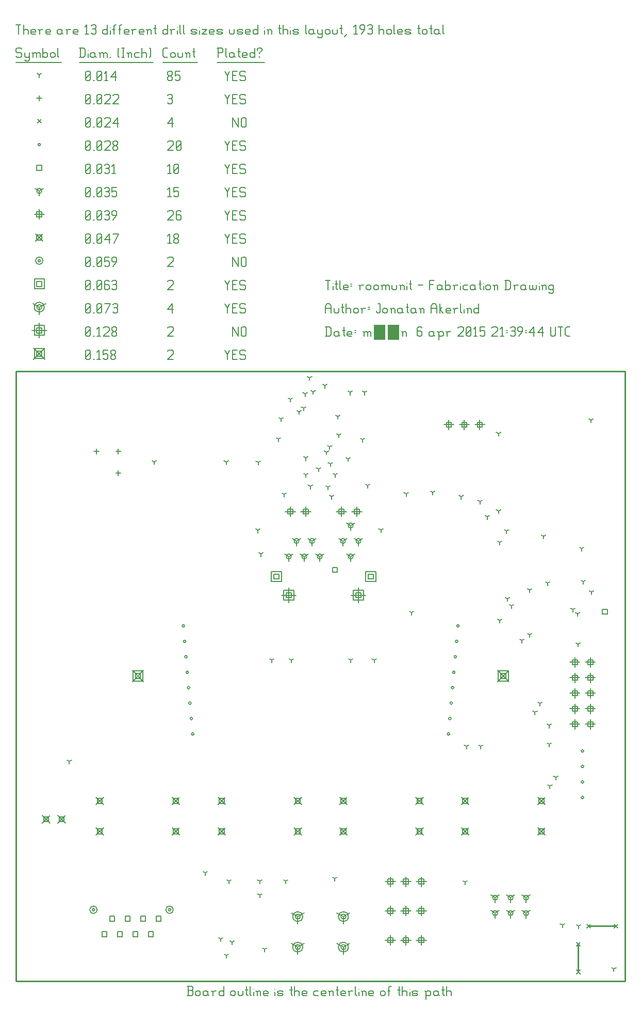
<source format=gbr>
G04 start of page 13 for group -3984 idx -3984 *
G04 Title: roomunit, fab *
G04 Creator: pcb 1.99z *
G04 CreationDate: mån  6 apr 2015 21:39:44 UTC *
G04 For: jonatan *
G04 Format: Gerber/RS-274X *
G04 PCB-Dimensions (mm): 100.00 100.00 *
G04 PCB-Coordinate-Origin: lower left *
%MOMM*%
%FSLAX43Y43*%
%LNFAB*%
%ADD183C,0.002*%
%ADD182C,0.254*%
%ADD181C,0.191*%
%ADD180C,0.152*%
%ADD179C,0.203*%
G54D179*X19086Y50914D02*X20914Y49086D01*
X19086D02*X20914Y50914D01*
X19594Y50406D02*X20406D01*
X19594D02*Y49594D01*
X20406D01*
Y50406D02*Y49594D01*
X19187Y50813D02*X20813D01*
X19187D02*Y49187D01*
X20813D01*
Y50813D02*Y49187D01*
X79086Y50914D02*X80914Y49086D01*
X79086D02*X80914Y50914D01*
X79594Y50406D02*X80406D01*
X79594D02*Y49594D01*
X80406D01*
Y50406D02*Y49594D01*
X79187Y50813D02*X80813D01*
X79187D02*Y49187D01*
X80813D01*
Y50813D02*Y49187D01*
X2896Y103772D02*X4724Y101943D01*
X2896D02*X4724Y103772D01*
X3404Y103264D02*X4216D01*
X3404D02*Y102451D01*
X4216D01*
Y103264D02*Y102451D01*
X2997Y103670D02*X4623D01*
X2997D02*Y102045D01*
X4623D01*
Y103670D02*Y102045D01*
G54D180*X34290Y103429D02*X34671Y102667D01*
X35052Y103429D01*
X34671Y102667D02*Y101905D01*
X35509Y102743D02*X36081D01*
X35509Y101905D02*X36271D01*
X35509Y103429D02*Y101905D01*
Y103429D02*X36271D01*
X37490D02*X37681Y103238D01*
X36919Y103429D02*X37490D01*
X36728Y103238D02*X36919Y103429D01*
X36728Y103238D02*Y102858D01*
X36919Y102667D01*
X37490D01*
X37681Y102476D01*
Y102096D01*
X37490Y101905D02*X37681Y102096D01*
X36919Y101905D02*X37490D01*
X36728Y102096D02*X36919Y101905D01*
X24892Y103238D02*X25082Y103429D01*
X25654D01*
X25844Y103238D01*
Y102858D01*
X24892Y101905D02*X25844Y102858D01*
X24892Y101905D02*X25844D01*
X11430Y102096D02*X11620Y101905D01*
X11430Y103238D02*Y102096D01*
Y103238D02*X11620Y103429D01*
X12002D01*
X12192Y103238D01*
Y102096D01*
X12002Y101905D02*X12192Y102096D01*
X11620Y101905D02*X12002D01*
X11430Y102286D02*X12192Y103048D01*
X12649Y101905D02*X12840D01*
X13297Y103124D02*X13602Y103429D01*
Y101905D01*
X13297D02*X13868D01*
X14326Y103429D02*X15088D01*
X14326D02*Y102667D01*
X14516Y102858D01*
X14897D01*
X15088Y102667D01*
Y102096D01*
X14897Y101905D02*X15088Y102096D01*
X14516Y101905D02*X14897D01*
X14326Y102096D02*X14516Y101905D01*
X15545Y102096D02*X15735Y101905D01*
X15545Y102400D02*Y102096D01*
Y102400D02*X15812Y102667D01*
X16040D01*
X16307Y102400D01*
Y102096D01*
X16116Y101905D02*X16307Y102096D01*
X15735Y101905D02*X16116D01*
X15545Y102934D02*X15812Y102667D01*
X15545Y103238D02*Y102934D01*
Y103238D02*X15735Y103429D01*
X16116D01*
X16307Y103238D01*
Y102934D01*
X16040Y102667D02*X16307Y102934D01*
X44785Y64469D02*Y62031D01*
X43566Y63250D02*X46004D01*
X44379Y63656D02*X45191D01*
X44379D02*Y62844D01*
X45191D01*
Y63656D02*Y62844D01*
X43972Y64063D02*X45598D01*
X43972D02*Y62437D01*
X45598D01*
Y64063D02*Y62437D01*
X56215Y64469D02*Y62031D01*
X54996Y63250D02*X57434D01*
X55809Y63656D02*X56621D01*
X55809D02*Y62844D01*
X56621D01*
Y63656D02*Y62844D01*
X55402Y64063D02*X57028D01*
X55402D02*Y62437D01*
X57028D01*
Y64063D02*Y62437D01*
X3810Y107887D02*Y105448D01*
X2591Y106668D02*X5029D01*
X3404Y107074D02*X4216D01*
X3404D02*Y106261D01*
X4216D01*
Y107074D02*Y106261D01*
X2997Y107480D02*X4623D01*
X2997D02*Y105855D01*
X4623D01*
Y107480D02*Y105855D01*
X35560Y107239D02*Y105715D01*
Y107239D02*X36512Y105715D01*
Y107239D02*Y105715D01*
X36970Y107048D02*Y105906D01*
Y107048D02*X37160Y107239D01*
X37541D01*
X37732Y107048D01*
Y105906D01*
X37541Y105715D02*X37732Y105906D01*
X37160Y105715D02*X37541D01*
X36970Y105906D02*X37160Y105715D01*
X24892Y107048D02*X25082Y107239D01*
X25654D01*
X25844Y107048D01*
Y106668D01*
X24892Y105715D02*X25844Y106668D01*
X24892Y105715D02*X25844D01*
X11430Y105906D02*X11620Y105715D01*
X11430Y107048D02*Y105906D01*
Y107048D02*X11620Y107239D01*
X12002D01*
X12192Y107048D01*
Y105906D01*
X12002Y105715D02*X12192Y105906D01*
X11620Y105715D02*X12002D01*
X11430Y106096D02*X12192Y106858D01*
X12649Y105715D02*X12840D01*
X13297Y106934D02*X13602Y107239D01*
Y105715D01*
X13297D02*X13868D01*
X14326Y107048D02*X14516Y107239D01*
X15088D01*
X15278Y107048D01*
Y106668D01*
X14326Y105715D02*X15278Y106668D01*
X14326Y105715D02*X15278D01*
X15735Y105906D02*X15926Y105715D01*
X15735Y106210D02*Y105906D01*
Y106210D02*X16002Y106477D01*
X16231D01*
X16497Y106210D01*
Y105906D01*
X16307Y105715D02*X16497Y105906D01*
X15926Y105715D02*X16307D01*
X15735Y106744D02*X16002Y106477D01*
X15735Y107048D02*Y106744D01*
Y107048D02*X15926Y107239D01*
X16307D01*
X16497Y107048D01*
Y106744D01*
X16231Y106477D02*X16497Y106744D01*
X53750Y5550D02*Y4331D01*
Y5550D02*X54807Y6160D01*
X53750Y5550D02*X52693Y6160D01*
X53344Y5550D02*G75*G03X54156Y5550I406J0D01*G01*
G75*G03X53344Y5550I-406J0D01*G01*
X52937D02*G75*G03X54563Y5550I813J0D01*G01*
G75*G03X52937Y5550I-813J0D01*G01*
X53750Y10550D02*Y9331D01*
Y10550D02*X54807Y11160D01*
X53750Y10550D02*X52693Y11160D01*
X53344Y10550D02*G75*G03X54156Y10550I406J0D01*G01*
G75*G03X53344Y10550I-406J0D01*G01*
X52937D02*G75*G03X54563Y10550I813J0D01*G01*
G75*G03X52937Y10550I-813J0D01*G01*
X46250Y5550D02*Y4331D01*
Y5550D02*X47307Y6160D01*
X46250Y5550D02*X45193Y6160D01*
X45844Y5550D02*G75*G03X46656Y5550I406J0D01*G01*
G75*G03X45844Y5550I-406J0D01*G01*
X45437D02*G75*G03X47063Y5550I813J0D01*G01*
G75*G03X45437Y5550I-813J0D01*G01*
X46250Y10550D02*Y9331D01*
Y10550D02*X47307Y11160D01*
X46250Y10550D02*X45193Y11160D01*
X45844Y10550D02*G75*G03X46656Y10550I406J0D01*G01*
G75*G03X45844Y10550I-406J0D01*G01*
X45437D02*G75*G03X47063Y10550I813J0D01*G01*
G75*G03X45437Y10550I-813J0D01*G01*
X3810Y110478D02*Y109258D01*
Y110478D02*X4867Y111087D01*
X3810Y110478D02*X2753Y111087D01*
X3404Y110478D02*G75*G03X4216Y110478I406J0D01*G01*
G75*G03X3404Y110478I-406J0D01*G01*
X2997D02*G75*G03X4623Y110478I813J0D01*G01*
G75*G03X2997Y110478I-813J0D01*G01*
X34290Y111049D02*X34671Y110287D01*
X35052Y111049D01*
X34671Y110287D02*Y109525D01*
X35509Y110363D02*X36081D01*
X35509Y109525D02*X36271D01*
X35509Y111049D02*Y109525D01*
Y111049D02*X36271D01*
X37490D02*X37681Y110858D01*
X36919Y111049D02*X37490D01*
X36728Y110858D02*X36919Y111049D01*
X36728Y110858D02*Y110478D01*
X36919Y110287D01*
X37490D01*
X37681Y110096D01*
Y109716D01*
X37490Y109525D02*X37681Y109716D01*
X36919Y109525D02*X37490D01*
X36728Y109716D02*X36919Y109525D01*
X24892Y110096D02*X25654Y111049D01*
X24892Y110096D02*X25844D01*
X25654Y111049D02*Y109525D01*
X11430Y109716D02*X11620Y109525D01*
X11430Y110858D02*Y109716D01*
Y110858D02*X11620Y111049D01*
X12002D01*
X12192Y110858D01*
Y109716D01*
X12002Y109525D02*X12192Y109716D01*
X11620Y109525D02*X12002D01*
X11430Y109906D02*X12192Y110668D01*
X12649Y109525D02*X12840D01*
X13297Y109716D02*X13487Y109525D01*
X13297Y110858D02*Y109716D01*
Y110858D02*X13487Y111049D01*
X13868D01*
X14059Y110858D01*
Y109716D01*
X13868Y109525D02*X14059Y109716D01*
X13487Y109525D02*X13868D01*
X13297Y109906D02*X14059Y110668D01*
X14707Y109525D02*X15469Y111049D01*
X14516D02*X15469D01*
X15926Y110858D02*X16116Y111049D01*
X16497D01*
X16688Y110858D01*
X16497Y109525D02*X16688Y109716D01*
X16116Y109525D02*X16497D01*
X15926Y109716D02*X16116Y109525D01*
Y110363D02*X16497D01*
X16688Y110858D02*Y110554D01*
Y110173D02*Y109716D01*
Y110173D02*X16497Y110363D01*
X16688Y110554D02*X16497Y110363D01*
X42347Y66704D02*X43159D01*
X42347D02*Y65892D01*
X43159D01*
Y66704D02*Y65892D01*
X41940Y67111D02*X43566D01*
X41940D02*Y65485D01*
X43566D01*
Y67111D02*Y65485D01*
X57841Y66704D02*X58653D01*
X57841D02*Y65892D01*
X58653D01*
Y66704D02*Y65892D01*
X57434Y67111D02*X59060D01*
X57434D02*Y65485D01*
X59060D01*
Y67111D02*Y65485D01*
X3404Y114694D02*X4216D01*
X3404D02*Y113881D01*
X4216D01*
Y114694D02*Y113881D01*
X2997Y115100D02*X4623D01*
X2997D02*Y113475D01*
X4623D01*
Y115100D02*Y113475D01*
X34290Y114859D02*X34671Y114097D01*
X35052Y114859D01*
X34671Y114097D02*Y113335D01*
X35509Y114173D02*X36081D01*
X35509Y113335D02*X36271D01*
X35509Y114859D02*Y113335D01*
Y114859D02*X36271D01*
X37490D02*X37681Y114668D01*
X36919Y114859D02*X37490D01*
X36728Y114668D02*X36919Y114859D01*
X36728Y114668D02*Y114288D01*
X36919Y114097D01*
X37490D01*
X37681Y113906D01*
Y113526D01*
X37490Y113335D02*X37681Y113526D01*
X36919Y113335D02*X37490D01*
X36728Y113526D02*X36919Y113335D01*
X24892Y114668D02*X25082Y114859D01*
X25654D01*
X25844Y114668D01*
Y114288D01*
X24892Y113335D02*X25844Y114288D01*
X24892Y113335D02*X25844D01*
X11430Y113526D02*X11620Y113335D01*
X11430Y114668D02*Y113526D01*
Y114668D02*X11620Y114859D01*
X12002D01*
X12192Y114668D01*
Y113526D01*
X12002Y113335D02*X12192Y113526D01*
X11620Y113335D02*X12002D01*
X11430Y113716D02*X12192Y114478D01*
X12649Y113335D02*X12840D01*
X13297Y113526D02*X13487Y113335D01*
X13297Y114668D02*Y113526D01*
Y114668D02*X13487Y114859D01*
X13868D01*
X14059Y114668D01*
Y113526D01*
X13868Y113335D02*X14059Y113526D01*
X13487Y113335D02*X13868D01*
X13297Y113716D02*X14059Y114478D01*
X15088Y114859D02*X15278Y114668D01*
X14707Y114859D02*X15088D01*
X14516Y114668D02*X14707Y114859D01*
X14516Y114668D02*Y113526D01*
X14707Y113335D01*
X15088Y114173D02*X15278Y113983D01*
X14516Y114173D02*X15088D01*
X14707Y113335D02*X15088D01*
X15278Y113526D01*
Y113983D02*Y113526D01*
X15735Y114668D02*X15926Y114859D01*
X16307D01*
X16497Y114668D01*
X16307Y113335D02*X16497Y113526D01*
X15926Y113335D02*X16307D01*
X15735Y113526D02*X15926Y113335D01*
Y114173D02*X16307D01*
X16497Y114668D02*Y114364D01*
Y113983D02*Y113526D01*
Y113983D02*X16307Y114173D01*
X16497Y114364D02*X16307Y114173D01*
X12503Y11673D02*G75*G03X12910Y11673I203J0D01*G01*
G75*G03X12503Y11673I-203J0D01*G01*
X12097D02*G75*G03X13316Y11673I610J0D01*G01*
G75*G03X12097Y11673I-610J0D01*G01*
X25000D02*G75*G03X25407Y11673I203J0D01*G01*
G75*G03X25000Y11673I-203J0D01*G01*
X24594D02*G75*G03X25813Y11673I610J0D01*G01*
G75*G03X24594Y11673I-610J0D01*G01*
X3607Y118098D02*G75*G03X4013Y118098I203J0D01*G01*
G75*G03X3607Y118098I-203J0D01*G01*
X3200D02*G75*G03X4420Y118098I610J0D01*G01*
G75*G03X3200Y118098I-610J0D01*G01*
X35560Y118669D02*Y117145D01*
Y118669D02*X36512Y117145D01*
Y118669D02*Y117145D01*
X36970Y118478D02*Y117336D01*
Y118478D02*X37160Y118669D01*
X37541D01*
X37732Y118478D01*
Y117336D01*
X37541Y117145D02*X37732Y117336D01*
X37160Y117145D02*X37541D01*
X36970Y117336D02*X37160Y117145D01*
X24892Y118478D02*X25082Y118669D01*
X25654D01*
X25844Y118478D01*
Y118098D01*
X24892Y117145D02*X25844Y118098D01*
X24892Y117145D02*X25844D01*
X11430Y117336D02*X11620Y117145D01*
X11430Y118478D02*Y117336D01*
Y118478D02*X11620Y118669D01*
X12002D01*
X12192Y118478D01*
Y117336D01*
X12002Y117145D02*X12192Y117336D01*
X11620Y117145D02*X12002D01*
X11430Y117526D02*X12192Y118288D01*
X12649Y117145D02*X12840D01*
X13297Y117336D02*X13487Y117145D01*
X13297Y118478D02*Y117336D01*
Y118478D02*X13487Y118669D01*
X13868D01*
X14059Y118478D01*
Y117336D01*
X13868Y117145D02*X14059Y117336D01*
X13487Y117145D02*X13868D01*
X13297Y117526D02*X14059Y118288D01*
X14516Y118669D02*X15278D01*
X14516D02*Y117907D01*
X14707Y118098D01*
X15088D01*
X15278Y117907D01*
Y117336D01*
X15088Y117145D02*X15278Y117336D01*
X14707Y117145D02*X15088D01*
X14516Y117336D02*X14707Y117145D01*
X15926D02*X16497Y117907D01*
Y118478D02*Y117907D01*
X16307Y118669D02*X16497Y118478D01*
X15926Y118669D02*X16307D01*
X15735Y118478D02*X15926Y118669D01*
X15735Y118478D02*Y118098D01*
X15926Y117907D01*
X16497D01*
X13140Y25110D02*X14360Y23890D01*
X13140D02*X14360Y25110D01*
X13344Y24906D02*X14156D01*
X13344D02*Y24094D01*
X14156D01*
Y24906D02*Y24094D01*
X25640Y25110D02*X26860Y23890D01*
X25640D02*X26860Y25110D01*
X25844Y24906D02*X26656D01*
X25844D02*Y24094D01*
X26656D01*
Y24906D02*Y24094D01*
X25640Y30110D02*X26860Y28890D01*
X25640D02*X26860Y30110D01*
X25844Y29906D02*X26656D01*
X25844D02*Y29094D01*
X26656D01*
Y29906D02*Y29094D01*
X13140Y30110D02*X14360Y28890D01*
X13140D02*X14360Y30110D01*
X13344Y29906D02*X14156D01*
X13344D02*Y29094D01*
X14156D01*
Y29906D02*Y29094D01*
X33140Y25110D02*X34360Y23890D01*
X33140D02*X34360Y25110D01*
X33344Y24906D02*X34156D01*
X33344D02*Y24094D01*
X34156D01*
Y24906D02*Y24094D01*
X45640Y25110D02*X46860Y23890D01*
X45640D02*X46860Y25110D01*
X45844Y24906D02*X46656D01*
X45844D02*Y24094D01*
X46656D01*
Y24906D02*Y24094D01*
X45640Y30110D02*X46860Y28890D01*
X45640D02*X46860Y30110D01*
X45844Y29906D02*X46656D01*
X45844D02*Y29094D01*
X46656D01*
Y29906D02*Y29094D01*
X33140Y30110D02*X34360Y28890D01*
X33140D02*X34360Y30110D01*
X33344Y29906D02*X34156D01*
X33344D02*Y29094D01*
X34156D01*
Y29906D02*Y29094D01*
X53140Y25110D02*X54360Y23890D01*
X53140D02*X54360Y25110D01*
X53344Y24906D02*X54156D01*
X53344D02*Y24094D01*
X54156D01*
Y24906D02*Y24094D01*
X65640Y25110D02*X66860Y23890D01*
X65640D02*X66860Y25110D01*
X65844Y24906D02*X66656D01*
X65844D02*Y24094D01*
X66656D01*
Y24906D02*Y24094D01*
X65640Y30110D02*X66860Y28890D01*
X65640D02*X66860Y30110D01*
X65844Y29906D02*X66656D01*
X65844D02*Y29094D01*
X66656D01*
Y29906D02*Y29094D01*
X53140Y30110D02*X54360Y28890D01*
X53140D02*X54360Y30110D01*
X53344Y29906D02*X54156D01*
X53344D02*Y29094D01*
X54156D01*
Y29906D02*Y29094D01*
X73140Y25110D02*X74360Y23890D01*
X73140D02*X74360Y25110D01*
X73344Y24906D02*X74156D01*
X73344D02*Y24094D01*
X74156D01*
Y24906D02*Y24094D01*
X85640Y25110D02*X86860Y23890D01*
X85640D02*X86860Y25110D01*
X85844Y24906D02*X86656D01*
X85844D02*Y24094D01*
X86656D01*
Y24906D02*Y24094D01*
X85640Y30110D02*X86860Y28890D01*
X85640D02*X86860Y30110D01*
X85844Y29906D02*X86656D01*
X85844D02*Y29094D01*
X86656D01*
Y29906D02*Y29094D01*
X73140Y30110D02*X74360Y28890D01*
X73140D02*X74360Y30110D01*
X73344Y29906D02*X74156D01*
X73344D02*Y29094D01*
X74156D01*
Y29906D02*Y29094D01*
X6890Y27110D02*X8110Y25890D01*
X6890D02*X8110Y27110D01*
X7094Y26906D02*X7906D01*
X7094D02*Y26094D01*
X7906D01*
Y26906D02*Y26094D01*
X4350Y27110D02*X5570Y25890D01*
X4350D02*X5570Y27110D01*
X4554Y26906D02*X5366D01*
X4554D02*Y26094D01*
X5366D01*
Y26906D02*Y26094D01*
X3200Y122517D02*X4420Y121298D01*
X3200D02*X4420Y122517D01*
X3404Y122314D02*X4216D01*
X3404D02*Y121501D01*
X4216D01*
Y122314D02*Y121501D01*
X34290Y122479D02*X34671Y121717D01*
X35052Y122479D01*
X34671Y121717D02*Y120955D01*
X35509Y121793D02*X36081D01*
X35509Y120955D02*X36271D01*
X35509Y122479D02*Y120955D01*
Y122479D02*X36271D01*
X37490D02*X37681Y122288D01*
X36919Y122479D02*X37490D01*
X36728Y122288D02*X36919Y122479D01*
X36728Y122288D02*Y121908D01*
X36919Y121717D01*
X37490D01*
X37681Y121526D01*
Y121146D01*
X37490Y120955D02*X37681Y121146D01*
X36919Y120955D02*X37490D01*
X36728Y121146D02*X36919Y120955D01*
X24892Y122174D02*X25197Y122479D01*
Y120955D01*
X24892D02*X25464D01*
X25921Y121146D02*X26111Y120955D01*
X25921Y121450D02*Y121146D01*
Y121450D02*X26187Y121717D01*
X26416D01*
X26683Y121450D01*
Y121146D01*
X26492Y120955D02*X26683Y121146D01*
X26111Y120955D02*X26492D01*
X25921Y121984D02*X26187Y121717D01*
X25921Y122288D02*Y121984D01*
Y122288D02*X26111Y122479D01*
X26492D01*
X26683Y122288D01*
Y121984D01*
X26416Y121717D02*X26683Y121984D01*
X11430Y121146D02*X11620Y120955D01*
X11430Y122288D02*Y121146D01*
Y122288D02*X11620Y122479D01*
X12002D01*
X12192Y122288D01*
Y121146D01*
X12002Y120955D02*X12192Y121146D01*
X11620Y120955D02*X12002D01*
X11430Y121336D02*X12192Y122098D01*
X12649Y120955D02*X12840D01*
X13297Y121146D02*X13487Y120955D01*
X13297Y122288D02*Y121146D01*
Y122288D02*X13487Y122479D01*
X13868D01*
X14059Y122288D01*
Y121146D01*
X13868Y120955D02*X14059Y121146D01*
X13487Y120955D02*X13868D01*
X13297Y121336D02*X14059Y122098D01*
X14516Y121526D02*X15278Y122479D01*
X14516Y121526D02*X15469D01*
X15278Y122479D02*Y120955D01*
X16116D02*X16878Y122479D01*
X15926D02*X16878D01*
X71060Y92013D02*Y90387D01*
X70247Y91200D02*X71873D01*
X70654Y91606D02*X71466D01*
X70654D02*Y90794D01*
X71466D01*
Y91606D02*Y90794D01*
X73600Y92013D02*Y90387D01*
X72787Y91200D02*X74413D01*
X73194Y91606D02*X74006D01*
X73194D02*Y90794D01*
X74006D01*
Y91606D02*Y90794D01*
X76140Y92013D02*Y90387D01*
X75327Y91200D02*X76953D01*
X75734Y91606D02*X76546D01*
X75734D02*Y90794D01*
X76546D01*
Y91606D02*Y90794D01*
X55961Y77779D02*Y76153D01*
X55148Y76966D02*X56774D01*
X55555Y77372D02*X56367D01*
X55555D02*Y76560D01*
X56367D01*
Y77372D02*Y76560D01*
X53421Y77779D02*Y76153D01*
X52608Y76966D02*X54234D01*
X53015Y77372D02*X53827D01*
X53015D02*Y76560D01*
X53827D01*
Y77372D02*Y76560D01*
X45039Y77779D02*Y76153D01*
X44226Y76966D02*X45852D01*
X44633Y77372D02*X45445D01*
X44633D02*Y76560D01*
X45445D01*
Y77372D02*Y76560D01*
X47579Y77779D02*Y76153D01*
X46766Y76966D02*X48392D01*
X47173Y77372D02*X47985D01*
X47173D02*Y76560D01*
X47985D01*
Y77372D02*Y76560D01*
X94300Y42913D02*Y41287D01*
X93487Y42100D02*X95113D01*
X93894Y42506D02*X94706D01*
X93894D02*Y41694D01*
X94706D01*
Y42506D02*Y41694D01*
X91760Y42913D02*Y41287D01*
X90947Y42100D02*X92573D01*
X91354Y42506D02*X92166D01*
X91354D02*Y41694D01*
X92166D01*
Y42506D02*Y41694D01*
X94300Y45453D02*Y43827D01*
X93487Y44640D02*X95113D01*
X93894Y45046D02*X94706D01*
X93894D02*Y44234D01*
X94706D01*
Y45046D02*Y44234D01*
X91760Y45453D02*Y43827D01*
X90947Y44640D02*X92573D01*
X91354Y45046D02*X92166D01*
X91354D02*Y44234D01*
X92166D01*
Y45046D02*Y44234D01*
X94300Y47993D02*Y46367D01*
X93487Y47180D02*X95113D01*
X93894Y47586D02*X94706D01*
X93894D02*Y46774D01*
X94706D01*
Y47586D02*Y46774D01*
X91760Y47993D02*Y46367D01*
X90947Y47180D02*X92573D01*
X91354Y47586D02*X92166D01*
X91354D02*Y46774D01*
X92166D01*
Y47586D02*Y46774D01*
X94300Y50533D02*Y48907D01*
X93487Y49720D02*X95113D01*
X93894Y50126D02*X94706D01*
X93894D02*Y49314D01*
X94706D01*
Y50126D02*Y49314D01*
X91760Y50533D02*Y48907D01*
X90947Y49720D02*X92573D01*
X91354Y50126D02*X92166D01*
X91354D02*Y49314D01*
X92166D01*
Y50126D02*Y49314D01*
X94300Y53073D02*Y51447D01*
X93487Y52260D02*X95113D01*
X93894Y52666D02*X94706D01*
X93894D02*Y51854D01*
X94706D01*
Y52666D02*Y51854D01*
X91760Y53073D02*Y51447D01*
X90947Y52260D02*X92573D01*
X91354Y52666D02*X92166D01*
X91354D02*Y51854D01*
X92166D01*
Y52666D02*Y51854D01*
X61460Y17113D02*Y15487D01*
X60647Y16300D02*X62273D01*
X61054Y16706D02*X61866D01*
X61054D02*Y15894D01*
X61866D01*
Y16706D02*Y15894D01*
X64000Y17113D02*Y15487D01*
X63187Y16300D02*X64813D01*
X63594Y16706D02*X64406D01*
X63594D02*Y15894D01*
X64406D01*
Y16706D02*Y15894D01*
X66540Y17113D02*Y15487D01*
X65727Y16300D02*X67353D01*
X66134Y16706D02*X66946D01*
X66134D02*Y15894D01*
X66946D01*
Y16706D02*Y15894D01*
X61460Y12313D02*Y10687D01*
X60647Y11500D02*X62273D01*
X61054Y11906D02*X61866D01*
X61054D02*Y11094D01*
X61866D01*
Y11906D02*Y11094D01*
X64000Y12313D02*Y10687D01*
X63187Y11500D02*X64813D01*
X63594Y11906D02*X64406D01*
X63594D02*Y11094D01*
X64406D01*
Y11906D02*Y11094D01*
X66540Y12313D02*Y10687D01*
X65727Y11500D02*X67353D01*
X66134Y11906D02*X66946D01*
X66134D02*Y11094D01*
X66946D01*
Y11906D02*Y11094D01*
X61460Y7513D02*Y5887D01*
X60647Y6700D02*X62273D01*
X61054Y7106D02*X61866D01*
X61054D02*Y6294D01*
X61866D01*
Y7106D02*Y6294D01*
X64000Y7513D02*Y5887D01*
X63187Y6700D02*X64813D01*
X63594Y7106D02*X64406D01*
X63594D02*Y6294D01*
X64406D01*
Y7106D02*Y6294D01*
X66540Y7513D02*Y5887D01*
X65727Y6700D02*X67353D01*
X66134Y7106D02*X66946D01*
X66134D02*Y6294D01*
X66946D01*
Y7106D02*Y6294D01*
X3810Y126530D02*Y124905D01*
X2997Y125718D02*X4623D01*
X3404Y126124D02*X4216D01*
X3404D02*Y125311D01*
X4216D01*
Y126124D02*Y125311D01*
X34290Y126289D02*X34671Y125527D01*
X35052Y126289D01*
X34671Y125527D02*Y124765D01*
X35509Y125603D02*X36081D01*
X35509Y124765D02*X36271D01*
X35509Y126289D02*Y124765D01*
Y126289D02*X36271D01*
X37490D02*X37681Y126098D01*
X36919Y126289D02*X37490D01*
X36728Y126098D02*X36919Y126289D01*
X36728Y126098D02*Y125718D01*
X36919Y125527D01*
X37490D01*
X37681Y125336D01*
Y124956D01*
X37490Y124765D02*X37681Y124956D01*
X36919Y124765D02*X37490D01*
X36728Y124956D02*X36919Y124765D01*
X24892Y126098D02*X25082Y126289D01*
X25654D01*
X25844Y126098D01*
Y125718D01*
X24892Y124765D02*X25844Y125718D01*
X24892Y124765D02*X25844D01*
X26873Y126289D02*X27064Y126098D01*
X26492Y126289D02*X26873D01*
X26302Y126098D02*X26492Y126289D01*
X26302Y126098D02*Y124956D01*
X26492Y124765D01*
X26873Y125603D02*X27064Y125413D01*
X26302Y125603D02*X26873D01*
X26492Y124765D02*X26873D01*
X27064Y124956D01*
Y125413D02*Y124956D01*
X11430D02*X11620Y124765D01*
X11430Y126098D02*Y124956D01*
Y126098D02*X11620Y126289D01*
X12002D01*
X12192Y126098D01*
Y124956D01*
X12002Y124765D02*X12192Y124956D01*
X11620Y124765D02*X12002D01*
X11430Y125146D02*X12192Y125908D01*
X12649Y124765D02*X12840D01*
X13297Y124956D02*X13487Y124765D01*
X13297Y126098D02*Y124956D01*
Y126098D02*X13487Y126289D01*
X13868D01*
X14059Y126098D01*
Y124956D01*
X13868Y124765D02*X14059Y124956D01*
X13487Y124765D02*X13868D01*
X13297Y125146D02*X14059Y125908D01*
X14516Y126098D02*X14707Y126289D01*
X15088D01*
X15278Y126098D01*
X15088Y124765D02*X15278Y124956D01*
X14707Y124765D02*X15088D01*
X14516Y124956D02*X14707Y124765D01*
Y125603D02*X15088D01*
X15278Y126098D02*Y125794D01*
Y125413D02*Y124956D01*
Y125413D02*X15088Y125603D01*
X15278Y125794D02*X15088Y125603D01*
X15926Y124765D02*X16497Y125527D01*
Y126098D02*Y125527D01*
X16307Y126289D02*X16497Y126098D01*
X15926Y126289D02*X16307D01*
X15735Y126098D02*X15926Y126289D01*
X15735Y126098D02*Y125718D01*
X15926Y125527D01*
X16497D01*
X44785Y69600D02*Y68787D01*
Y69600D02*X45489Y70006D01*
X44785Y69600D02*X44081Y70006D01*
X44379Y69600D02*G75*G03X45191Y69600I406J0D01*G01*
G75*G03X44379Y69600I-406J0D01*G01*
X46055Y72140D02*Y71327D01*
Y72140D02*X46759Y72546D01*
X46055Y72140D02*X45351Y72546D01*
X45649Y72140D02*G75*G03X46461Y72140I406J0D01*G01*
G75*G03X45649Y72140I-406J0D01*G01*
X47325Y69600D02*Y68787D01*
Y69600D02*X48029Y70006D01*
X47325Y69600D02*X46621Y70006D01*
X46919Y69600D02*G75*G03X47731Y69600I406J0D01*G01*
G75*G03X46919Y69600I-406J0D01*G01*
X48595Y72140D02*Y71327D01*
Y72140D02*X49299Y72546D01*
X48595Y72140D02*X47891Y72546D01*
X48189Y72140D02*G75*G03X49001Y72140I406J0D01*G01*
G75*G03X48189Y72140I-406J0D01*G01*
X49865Y69600D02*Y68787D01*
Y69600D02*X50569Y70006D01*
X49865Y69600D02*X49161Y70006D01*
X49459Y69600D02*G75*G03X50271Y69600I406J0D01*G01*
G75*G03X49459Y69600I-406J0D01*G01*
X54945D02*Y68787D01*
Y69600D02*X55649Y70006D01*
X54945Y69600D02*X54241Y70006D01*
X54539Y69600D02*G75*G03X55351Y69600I406J0D01*G01*
G75*G03X54539Y69600I-406J0D01*G01*
X53675Y72140D02*Y71327D01*
Y72140D02*X54379Y72546D01*
X53675Y72140D02*X52971Y72546D01*
X53269Y72140D02*G75*G03X54081Y72140I406J0D01*G01*
G75*G03X53269Y72140I-406J0D01*G01*
X56215D02*Y71327D01*
Y72140D02*X56919Y72546D01*
X56215Y72140D02*X55511Y72546D01*
X55809Y72140D02*G75*G03X56621Y72140I406J0D01*G01*
G75*G03X55809Y72140I-406J0D01*G01*
X54945Y74680D02*Y73867D01*
Y74680D02*X55649Y75086D01*
X54945Y74680D02*X54241Y75086D01*
X54539Y74680D02*G75*G03X55351Y74680I406J0D01*G01*
G75*G03X54539Y74680I-406J0D01*G01*
X83740Y13670D02*Y12857D01*
Y13670D02*X84444Y14076D01*
X83740Y13670D02*X83036Y14076D01*
X83334Y13670D02*G75*G03X84146Y13670I406J0D01*G01*
G75*G03X83334Y13670I-406J0D01*G01*
X81200D02*Y12857D01*
Y13670D02*X81904Y14076D01*
X81200Y13670D02*X80496Y14076D01*
X80794Y13670D02*G75*G03X81606Y13670I406J0D01*G01*
G75*G03X80794Y13670I-406J0D01*G01*
X78660D02*Y12857D01*
Y13670D02*X79364Y14076D01*
X78660Y13670D02*X77956Y14076D01*
X78254Y13670D02*G75*G03X79066Y13670I406J0D01*G01*
G75*G03X78254Y13670I-406J0D01*G01*
X83740Y11130D02*Y10317D01*
Y11130D02*X84444Y11536D01*
X83740Y11130D02*X83036Y11536D01*
X83334Y11130D02*G75*G03X84146Y11130I406J0D01*G01*
G75*G03X83334Y11130I-406J0D01*G01*
X81200D02*Y10317D01*
Y11130D02*X81904Y11536D01*
X81200Y11130D02*X80496Y11536D01*
X80794Y11130D02*G75*G03X81606Y11130I406J0D01*G01*
G75*G03X80794Y11130I-406J0D01*G01*
X78660D02*Y10317D01*
Y11130D02*X79364Y11536D01*
X78660Y11130D02*X77956Y11536D01*
X78254Y11130D02*G75*G03X79066Y11130I406J0D01*G01*
G75*G03X78254Y11130I-406J0D01*G01*
X3810Y129528D02*Y128715D01*
Y129528D02*X4514Y129934D01*
X3810Y129528D02*X3106Y129934D01*
X3404Y129528D02*G75*G03X4216Y129528I406J0D01*G01*
G75*G03X3404Y129528I-406J0D01*G01*
X34290Y130099D02*X34671Y129337D01*
X35052Y130099D01*
X34671Y129337D02*Y128575D01*
X35509Y129413D02*X36081D01*
X35509Y128575D02*X36271D01*
X35509Y130099D02*Y128575D01*
Y130099D02*X36271D01*
X37490D02*X37681Y129908D01*
X36919Y130099D02*X37490D01*
X36728Y129908D02*X36919Y130099D01*
X36728Y129908D02*Y129528D01*
X36919Y129337D01*
X37490D01*
X37681Y129146D01*
Y128766D01*
X37490Y128575D02*X37681Y128766D01*
X36919Y128575D02*X37490D01*
X36728Y128766D02*X36919Y128575D01*
X24892Y129794D02*X25197Y130099D01*
Y128575D01*
X24892D02*X25464D01*
X25921Y130099D02*X26683D01*
X25921D02*Y129337D01*
X26111Y129528D01*
X26492D01*
X26683Y129337D01*
Y128766D01*
X26492Y128575D02*X26683Y128766D01*
X26111Y128575D02*X26492D01*
X25921Y128766D02*X26111Y128575D01*
X11430Y128766D02*X11620Y128575D01*
X11430Y129908D02*Y128766D01*
Y129908D02*X11620Y130099D01*
X12002D01*
X12192Y129908D01*
Y128766D01*
X12002Y128575D02*X12192Y128766D01*
X11620Y128575D02*X12002D01*
X11430Y128956D02*X12192Y129718D01*
X12649Y128575D02*X12840D01*
X13297Y128766D02*X13487Y128575D01*
X13297Y129908D02*Y128766D01*
Y129908D02*X13487Y130099D01*
X13868D01*
X14059Y129908D01*
Y128766D01*
X13868Y128575D02*X14059Y128766D01*
X13487Y128575D02*X13868D01*
X13297Y128956D02*X14059Y129718D01*
X14516Y129908D02*X14707Y130099D01*
X15088D01*
X15278Y129908D01*
X15088Y128575D02*X15278Y128766D01*
X14707Y128575D02*X15088D01*
X14516Y128766D02*X14707Y128575D01*
Y129413D02*X15088D01*
X15278Y129908D02*Y129604D01*
Y129223D02*Y128766D01*
Y129223D02*X15088Y129413D01*
X15278Y129604D02*X15088Y129413D01*
X15735Y130099D02*X16497D01*
X15735D02*Y129337D01*
X15926Y129528D01*
X16307D01*
X16497Y129337D01*
Y128766D01*
X16307Y128575D02*X16497Y128766D01*
X15926Y128575D02*X16307D01*
X15735Y128766D02*X15926Y128575D01*
X15374Y10606D02*X16186D01*
X15374D02*Y9794D01*
X16186D01*
Y10606D02*Y9794D01*
X17914Y10606D02*X18726D01*
X17914D02*Y9794D01*
X18726D01*
Y10606D02*Y9794D01*
X20454Y10606D02*X21266D01*
X20454D02*Y9794D01*
X21266D01*
Y10606D02*Y9794D01*
X22994Y10606D02*X23806D01*
X22994D02*Y9794D01*
X23806D01*
Y10606D02*Y9794D01*
X16644Y8066D02*X17456D01*
X16644D02*Y7254D01*
X17456D01*
Y8066D02*Y7254D01*
X19184Y8066D02*X19996D01*
X19184D02*Y7254D01*
X19996D01*
Y8066D02*Y7254D01*
X21724Y8066D02*X22536D01*
X21724D02*Y7254D01*
X22536D01*
Y8066D02*Y7254D01*
X14104Y8066D02*X14916D01*
X14104D02*Y7254D01*
X14916D01*
Y8066D02*Y7254D01*
X51944Y67806D02*X52756D01*
X51944D02*Y66994D01*
X52756D01*
Y67806D02*Y66994D01*
X96294Y60956D02*X97106D01*
X96294D02*Y60144D01*
X97106D01*
Y60956D02*Y60144D01*
X3404Y133744D02*X4216D01*
X3404D02*Y132931D01*
X4216D01*
Y133744D02*Y132931D01*
X34290Y133909D02*X34671Y133147D01*
X35052Y133909D01*
X34671Y133147D02*Y132385D01*
X35509Y133223D02*X36081D01*
X35509Y132385D02*X36271D01*
X35509Y133909D02*Y132385D01*
Y133909D02*X36271D01*
X37490D02*X37681Y133718D01*
X36919Y133909D02*X37490D01*
X36728Y133718D02*X36919Y133909D01*
X36728Y133718D02*Y133338D01*
X36919Y133147D01*
X37490D01*
X37681Y132956D01*
Y132576D01*
X37490Y132385D02*X37681Y132576D01*
X36919Y132385D02*X37490D01*
X36728Y132576D02*X36919Y132385D01*
X24892Y133604D02*X25197Y133909D01*
Y132385D01*
X24892D02*X25464D01*
X25921Y132576D02*X26111Y132385D01*
X25921Y133718D02*Y132576D01*
Y133718D02*X26111Y133909D01*
X26492D01*
X26683Y133718D01*
Y132576D01*
X26492Y132385D02*X26683Y132576D01*
X26111Y132385D02*X26492D01*
X25921Y132766D02*X26683Y133528D01*
X11430Y132576D02*X11620Y132385D01*
X11430Y133718D02*Y132576D01*
Y133718D02*X11620Y133909D01*
X12002D01*
X12192Y133718D01*
Y132576D01*
X12002Y132385D02*X12192Y132576D01*
X11620Y132385D02*X12002D01*
X11430Y132766D02*X12192Y133528D01*
X12649Y132385D02*X12840D01*
X13297Y132576D02*X13487Y132385D01*
X13297Y133718D02*Y132576D01*
Y133718D02*X13487Y133909D01*
X13868D01*
X14059Y133718D01*
Y132576D01*
X13868Y132385D02*X14059Y132576D01*
X13487Y132385D02*X13868D01*
X13297Y132766D02*X14059Y133528D01*
X14516Y133718D02*X14707Y133909D01*
X15088D01*
X15278Y133718D01*
X15088Y132385D02*X15278Y132576D01*
X14707Y132385D02*X15088D01*
X14516Y132576D02*X14707Y132385D01*
Y133223D02*X15088D01*
X15278Y133718D02*Y133414D01*
Y133033D02*Y132576D01*
Y133033D02*X15088Y133223D01*
X15278Y133414D02*X15088Y133223D01*
X15735Y133604D02*X16040Y133909D01*
Y132385D01*
X15735D02*X16307D01*
X70797Y40500D02*G75*G03X71203Y40500I203J0D01*G01*
G75*G03X70797Y40500I-203J0D01*G01*
X71018Y43030D02*G75*G03X71425Y43030I203J0D01*G01*
G75*G03X71018Y43030I-203J0D01*G01*
X71240Y45561D02*G75*G03X71646Y45561I203J0D01*G01*
G75*G03X71240Y45561I-203J0D01*G01*
X71461Y48091D02*G75*G03X71867Y48091I203J0D01*G01*
G75*G03X71461Y48091I-203J0D01*G01*
X71682Y50621D02*G75*G03X72089Y50621I203J0D01*G01*
G75*G03X71682Y50621I-203J0D01*G01*
X71904Y53152D02*G75*G03X72310Y53152I203J0D01*G01*
G75*G03X71904Y53152I-203J0D01*G01*
X72125Y55682D02*G75*G03X72532Y55682I203J0D01*G01*
G75*G03X72125Y55682I-203J0D01*G01*
X72346Y58212D02*G75*G03X72753Y58212I203J0D01*G01*
G75*G03X72346Y58212I-203J0D01*G01*
X28797Y40500D02*G75*G03X29203Y40500I203J0D01*G01*
G75*G03X28797Y40500I-203J0D01*G01*
X28575Y43030D02*G75*G03X28982Y43030I203J0D01*G01*
G75*G03X28575Y43030I-203J0D01*G01*
X28354Y45561D02*G75*G03X28760Y45561I203J0D01*G01*
G75*G03X28354Y45561I-203J0D01*G01*
X28133Y48091D02*G75*G03X28539Y48091I203J0D01*G01*
G75*G03X28133Y48091I-203J0D01*G01*
X27911Y50621D02*G75*G03X28318Y50621I203J0D01*G01*
G75*G03X27911Y50621I-203J0D01*G01*
X27690Y53152D02*G75*G03X28096Y53152I203J0D01*G01*
G75*G03X27690Y53152I-203J0D01*G01*
X27468Y55682D02*G75*G03X27875Y55682I203J0D01*G01*
G75*G03X27468Y55682I-203J0D01*G01*
X27247Y58212D02*G75*G03X27654Y58212I203J0D01*G01*
G75*G03X27247Y58212I-203J0D01*G01*
X92797Y37700D02*G75*G03X93203Y37700I203J0D01*G01*
G75*G03X92797Y37700I-203J0D01*G01*
Y35160D02*G75*G03X93203Y35160I203J0D01*G01*
G75*G03X92797Y35160I-203J0D01*G01*
Y32620D02*G75*G03X93203Y32620I203J0D01*G01*
G75*G03X92797Y32620I-203J0D01*G01*
Y30080D02*G75*G03X93203Y30080I203J0D01*G01*
G75*G03X92797Y30080I-203J0D01*G01*
X3607Y137148D02*G75*G03X4013Y137148I203J0D01*G01*
G75*G03X3607Y137148I-203J0D01*G01*
X34290Y137719D02*X34671Y136957D01*
X35052Y137719D01*
X34671Y136957D02*Y136195D01*
X35509Y137033D02*X36081D01*
X35509Y136195D02*X36271D01*
X35509Y137719D02*Y136195D01*
Y137719D02*X36271D01*
X37490D02*X37681Y137528D01*
X36919Y137719D02*X37490D01*
X36728Y137528D02*X36919Y137719D01*
X36728Y137528D02*Y137148D01*
X36919Y136957D01*
X37490D01*
X37681Y136766D01*
Y136386D01*
X37490Y136195D02*X37681Y136386D01*
X36919Y136195D02*X37490D01*
X36728Y136386D02*X36919Y136195D01*
X24892Y137528D02*X25082Y137719D01*
X25654D01*
X25844Y137528D01*
Y137148D01*
X24892Y136195D02*X25844Y137148D01*
X24892Y136195D02*X25844D01*
X26302Y136386D02*X26492Y136195D01*
X26302Y137528D02*Y136386D01*
Y137528D02*X26492Y137719D01*
X26873D01*
X27064Y137528D01*
Y136386D01*
X26873Y136195D02*X27064Y136386D01*
X26492Y136195D02*X26873D01*
X26302Y136576D02*X27064Y137338D01*
X11430Y136386D02*X11620Y136195D01*
X11430Y137528D02*Y136386D01*
Y137528D02*X11620Y137719D01*
X12002D01*
X12192Y137528D01*
Y136386D01*
X12002Y136195D02*X12192Y136386D01*
X11620Y136195D02*X12002D01*
X11430Y136576D02*X12192Y137338D01*
X12649Y136195D02*X12840D01*
X13297Y136386D02*X13487Y136195D01*
X13297Y137528D02*Y136386D01*
Y137528D02*X13487Y137719D01*
X13868D01*
X14059Y137528D01*
Y136386D01*
X13868Y136195D02*X14059Y136386D01*
X13487Y136195D02*X13868D01*
X13297Y136576D02*X14059Y137338D01*
X14516Y137528D02*X14707Y137719D01*
X15278D01*
X15469Y137528D01*
Y137148D01*
X14516Y136195D02*X15469Y137148D01*
X14516Y136195D02*X15469D01*
X15926Y136386D02*X16116Y136195D01*
X15926Y136690D02*Y136386D01*
Y136690D02*X16193Y136957D01*
X16421D01*
X16688Y136690D01*
Y136386D01*
X16497Y136195D02*X16688Y136386D01*
X16116Y136195D02*X16497D01*
X15926Y137224D02*X16193Y136957D01*
X15926Y137528D02*Y137224D01*
Y137528D02*X16116Y137719D01*
X16497D01*
X16688Y137528D01*
Y137224D01*
X16421Y136957D02*X16688Y137224D01*
X93695Y9305D02*X94305Y8695D01*
X93695D02*X94305Y9305D01*
X91995Y6305D02*X92605Y5695D01*
X91995D02*X92605Y6305D01*
X91995Y1805D02*X92605Y1195D01*
X91995D02*X92605Y1805D01*
X98195Y9305D02*X98805Y8695D01*
X98195D02*X98805Y9305D01*
X3505Y141262D02*X4115Y140653D01*
X3505D02*X4115Y141262D01*
X35560Y141529D02*Y140005D01*
Y141529D02*X36512Y140005D01*
Y141529D02*Y140005D01*
X36970Y141338D02*Y140196D01*
Y141338D02*X37160Y141529D01*
X37541D01*
X37732Y141338D01*
Y140196D01*
X37541Y140005D02*X37732Y140196D01*
X37160Y140005D02*X37541D01*
X36970Y140196D02*X37160Y140005D01*
X24892Y140576D02*X25654Y141529D01*
X24892Y140576D02*X25844D01*
X25654Y141529D02*Y140005D01*
X11430Y140196D02*X11620Y140005D01*
X11430Y141338D02*Y140196D01*
Y141338D02*X11620Y141529D01*
X12002D01*
X12192Y141338D01*
Y140196D01*
X12002Y140005D02*X12192Y140196D01*
X11620Y140005D02*X12002D01*
X11430Y140386D02*X12192Y141148D01*
X12649Y140005D02*X12840D01*
X13297Y140196D02*X13487Y140005D01*
X13297Y141338D02*Y140196D01*
Y141338D02*X13487Y141529D01*
X13868D01*
X14059Y141338D01*
Y140196D01*
X13868Y140005D02*X14059Y140196D01*
X13487Y140005D02*X13868D01*
X13297Y140386D02*X14059Y141148D01*
X14516Y141338D02*X14707Y141529D01*
X15278D01*
X15469Y141338D01*
Y140958D01*
X14516Y140005D02*X15469Y140958D01*
X14516Y140005D02*X15469D01*
X15926Y140576D02*X16688Y141529D01*
X15926Y140576D02*X16878D01*
X16688Y141529D02*Y140005D01*
X13188Y87258D02*Y86446D01*
X12782Y86852D02*X13594D01*
X16780Y83666D02*Y82854D01*
X16374Y83260D02*X17186D01*
X16780Y87258D02*Y86446D01*
X16374Y86852D02*X17186D01*
X3810Y145174D02*Y144361D01*
X3404Y144768D02*X4216D01*
X34290Y145339D02*X34671Y144577D01*
X35052Y145339D01*
X34671Y144577D02*Y143815D01*
X35509Y144653D02*X36081D01*
X35509Y143815D02*X36271D01*
X35509Y145339D02*Y143815D01*
Y145339D02*X36271D01*
X37490D02*X37681Y145148D01*
X36919Y145339D02*X37490D01*
X36728Y145148D02*X36919Y145339D01*
X36728Y145148D02*Y144768D01*
X36919Y144577D01*
X37490D01*
X37681Y144386D01*
Y144006D01*
X37490Y143815D02*X37681Y144006D01*
X36919Y143815D02*X37490D01*
X36728Y144006D02*X36919Y143815D01*
X24892Y145148D02*X25082Y145339D01*
X25464D01*
X25654Y145148D01*
X25464Y143815D02*X25654Y144006D01*
X25082Y143815D02*X25464D01*
X24892Y144006D02*X25082Y143815D01*
Y144653D02*X25464D01*
X25654Y145148D02*Y144844D01*
Y144463D02*Y144006D01*
Y144463D02*X25464Y144653D01*
X25654Y144844D02*X25464Y144653D01*
X11430Y144006D02*X11620Y143815D01*
X11430Y145148D02*Y144006D01*
Y145148D02*X11620Y145339D01*
X12002D01*
X12192Y145148D01*
Y144006D01*
X12002Y143815D02*X12192Y144006D01*
X11620Y143815D02*X12002D01*
X11430Y144196D02*X12192Y144958D01*
X12649Y143815D02*X12840D01*
X13297Y144006D02*X13487Y143815D01*
X13297Y145148D02*Y144006D01*
Y145148D02*X13487Y145339D01*
X13868D01*
X14059Y145148D01*
Y144006D01*
X13868Y143815D02*X14059Y144006D01*
X13487Y143815D02*X13868D01*
X13297Y144196D02*X14059Y144958D01*
X14516Y145148D02*X14707Y145339D01*
X15278D01*
X15469Y145148D01*
Y144768D01*
X14516Y143815D02*X15469Y144768D01*
X14516Y143815D02*X15469D01*
X15926Y145148D02*X16116Y145339D01*
X16688D01*
X16878Y145148D01*
Y144768D01*
X15926Y143815D02*X16878Y144768D01*
X15926Y143815D02*X16878D01*
X52400Y83000D02*Y82594D01*
Y83000D02*X52752Y83203D01*
X52400Y83000D02*X52048Y83203D01*
X47600Y83000D02*Y82594D01*
Y83000D02*X47952Y83203D01*
X47600Y83000D02*X47248Y83203D01*
X48300Y81100D02*Y80694D01*
Y81100D02*X48652Y81303D01*
X48300Y81100D02*X47948Y81303D01*
X51000Y86700D02*Y86294D01*
Y86700D02*X51352Y86903D01*
X51000Y86700D02*X50648Y86903D01*
X51500Y87600D02*Y87194D01*
Y87600D02*X51852Y87803D01*
X51500Y87600D02*X51148Y87803D01*
X49650Y83950D02*Y83544D01*
Y83950D02*X50002Y84153D01*
X49650Y83950D02*X49298Y84153D01*
X8750Y36000D02*Y35594D01*
Y36000D02*X9102Y36203D01*
X8750Y36000D02*X8398Y36203D01*
X51200Y81000D02*Y80594D01*
Y81000D02*X51552Y81203D01*
X51200Y81000D02*X50848Y81203D01*
X51600Y84800D02*Y84394D01*
Y84800D02*X51952Y85003D01*
X51600Y84800D02*X51248Y85003D01*
X47200Y93950D02*Y93544D01*
Y93950D02*X47552Y94153D01*
X47200Y93950D02*X46848Y94153D01*
X46450Y93300D02*Y92894D01*
Y93300D02*X46802Y93503D01*
X46450Y93300D02*X46098Y93503D01*
X51800Y79400D02*Y78994D01*
Y79400D02*X52152Y79603D01*
X51800Y79400D02*X51448Y79603D01*
X52800Y92550D02*Y92144D01*
Y92550D02*X53152Y92753D01*
X52800Y92550D02*X52448Y92753D01*
X43500Y92150D02*Y91744D01*
Y92150D02*X43852Y92353D01*
X43500Y92150D02*X43148Y92353D01*
X92850Y70900D02*Y70494D01*
Y70900D02*X93202Y71103D01*
X92850Y70900D02*X92498Y71103D01*
X50700Y97600D02*Y97194D01*
Y97600D02*X51052Y97803D01*
X50700Y97600D02*X50348Y97803D01*
X54850Y96500D02*Y96094D01*
Y96500D02*X55202Y96703D01*
X54850Y96500D02*X54498Y96703D01*
X86600Y72900D02*Y72494D01*
Y72900D02*X86952Y73103D01*
X86600Y72900D02*X86248Y73103D01*
X79400Y71900D02*Y71494D01*
Y71900D02*X79752Y72103D01*
X79400Y71900D02*X79048Y72103D01*
X47450Y96250D02*Y95844D01*
Y96250D02*X47802Y96453D01*
X47450Y96250D02*X47098Y96453D01*
X80550Y73800D02*Y73394D01*
Y73800D02*X80902Y74003D01*
X80550Y73800D02*X80198Y74003D01*
X68400Y80100D02*Y79694D01*
Y80100D02*X68752Y80303D01*
X68400Y80100D02*X68048Y80303D01*
X48800Y96600D02*Y96194D01*
Y96600D02*X49152Y96803D01*
X48800Y96600D02*X48448Y96803D01*
X45050Y95350D02*Y94944D01*
Y95350D02*X45402Y95553D01*
X45050Y95350D02*X44698Y95553D01*
X84300Y64100D02*Y63694D01*
Y64100D02*X84652Y64303D01*
X84300Y64100D02*X83948Y64303D01*
X73100Y79400D02*Y78994D01*
Y79400D02*X73452Y79603D01*
X73100Y79400D02*X72748Y79603D01*
X54500Y85600D02*Y85194D01*
Y85600D02*X54852Y85803D01*
X54500Y85600D02*X54148Y85803D01*
X40200Y70000D02*Y69594D01*
Y70000D02*X40552Y70203D01*
X40200Y70000D02*X39848Y70203D01*
X43100Y88850D02*Y88444D01*
Y88850D02*X43452Y89053D01*
X43100Y88850D02*X42748Y89053D01*
X56900Y88750D02*Y88344D01*
Y88750D02*X57252Y88953D01*
X56900Y88750D02*X56548Y88953D01*
X57200Y96500D02*Y96094D01*
Y96500D02*X57552Y96703D01*
X57200Y96500D02*X56848Y96703D01*
X48200Y98900D02*Y98494D01*
Y98900D02*X48552Y99103D01*
X48200Y98900D02*X47848Y99103D01*
X42000Y52600D02*Y52194D01*
Y52600D02*X42352Y52803D01*
X42000Y52600D02*X41648Y52803D01*
X45200Y52600D02*Y52194D01*
Y52600D02*X45552Y52803D01*
X45200Y52600D02*X44848Y52803D01*
X58800Y52600D02*Y52194D01*
Y52600D02*X59152Y52803D01*
X58800Y52600D02*X58448Y52803D01*
X54950Y52600D02*Y52194D01*
Y52600D02*X55302Y52803D01*
X54950Y52600D02*X54598Y52803D01*
X64050Y79900D02*Y79494D01*
Y79900D02*X64402Y80103D01*
X64050Y79900D02*X63698Y80103D01*
X39750Y85050D02*Y84644D01*
Y85050D02*X40102Y85253D01*
X39750Y85050D02*X39398Y85253D01*
X39700Y73900D02*Y73494D01*
Y73900D02*X40052Y74103D01*
X39700Y73900D02*X39348Y74103D01*
X44000Y79800D02*Y79394D01*
Y79800D02*X44352Y80003D01*
X44000Y79800D02*X43648Y80003D01*
X47600Y85750D02*Y85344D01*
Y85750D02*X47952Y85953D01*
X47600Y85750D02*X47248Y85953D01*
X57750Y81250D02*Y80844D01*
Y81250D02*X58102Y81453D01*
X57750Y81250D02*X57398Y81453D01*
X59900Y73950D02*Y73544D01*
Y73950D02*X60252Y74153D01*
X59900Y73950D02*X59548Y74153D01*
X53000Y89500D02*Y89094D01*
Y89500D02*X53352Y89703D01*
X53000Y89500D02*X52648Y89703D01*
X98150Y2000D02*Y1594D01*
Y2000D02*X98502Y2203D01*
X98150Y2000D02*X97798Y2203D01*
X34500Y85100D02*Y84694D01*
Y85100D02*X34852Y85303D01*
X34500Y85100D02*X34148Y85303D01*
X22700Y85100D02*Y84694D01*
Y85100D02*X23052Y85303D01*
X22700Y85100D02*X22348Y85303D01*
X94400Y91950D02*Y91544D01*
Y91950D02*X94752Y92153D01*
X94400Y91950D02*X94048Y92153D01*
X79200Y77050D02*Y76644D01*
Y77050D02*X79552Y77253D01*
X79200Y77050D02*X78848Y77253D01*
X79200Y89750D02*Y89344D01*
Y89750D02*X79552Y89953D01*
X79200Y89750D02*X78848Y89953D01*
X76150Y78600D02*Y78194D01*
Y78600D02*X76502Y78803D01*
X76150Y78600D02*X75798Y78803D01*
X77350Y76100D02*Y75694D01*
Y76100D02*X77702Y76303D01*
X77350Y76100D02*X76998Y76303D01*
X94450Y63750D02*Y63344D01*
Y63750D02*X94802Y63953D01*
X94450Y63750D02*X94098Y63953D01*
X93100Y65500D02*Y65094D01*
Y65500D02*X93452Y65703D01*
X93100Y65500D02*X92748Y65703D01*
X91400Y60900D02*Y60494D01*
Y60900D02*X91752Y61103D01*
X91400Y60900D02*X91048Y61103D01*
X92200Y60200D02*Y59794D01*
Y60200D02*X92552Y60403D01*
X92200Y60200D02*X91848Y60403D01*
X92300Y55200D02*Y54794D01*
Y55200D02*X92652Y55403D01*
X92300Y55200D02*X91948Y55403D01*
X92350Y9000D02*Y8594D01*
Y9000D02*X92702Y9203D01*
X92350Y9000D02*X91998Y9203D01*
X89700Y9200D02*Y8794D01*
Y9200D02*X90052Y9403D01*
X89700Y9200D02*X89348Y9403D01*
X85200Y44050D02*Y43644D01*
Y44050D02*X85552Y44253D01*
X85200Y44050D02*X84848Y44253D01*
X86000Y45500D02*Y45094D01*
Y45500D02*X86352Y45703D01*
X86000Y45500D02*X85648Y45703D01*
X88600Y33400D02*Y32994D01*
Y33400D02*X88952Y33603D01*
X88600Y33400D02*X88248Y33603D01*
X87650Y31950D02*Y31544D01*
Y31950D02*X88002Y32153D01*
X87650Y31950D02*X87298Y32153D01*
X84300Y56750D02*Y56344D01*
Y56750D02*X84652Y56953D01*
X84300Y56750D02*X83948Y56953D01*
X83050Y55850D02*Y55444D01*
Y55850D02*X83402Y56053D01*
X83050Y55850D02*X82698Y56053D01*
X79400Y59100D02*Y58694D01*
Y59100D02*X79752Y59303D01*
X79400Y59100D02*X79048Y59303D01*
X80650Y62650D02*Y62244D01*
Y62650D02*X81002Y62853D01*
X80650Y62650D02*X80298Y62853D01*
X81350Y61500D02*Y61094D01*
Y61500D02*X81702Y61703D01*
X81350Y61500D02*X80998Y61703D01*
X87550Y41900D02*Y41494D01*
Y41900D02*X87902Y42103D01*
X87550Y41900D02*X87198Y42103D01*
X87550Y38800D02*Y38394D01*
Y38800D02*X87902Y39003D01*
X87550Y38800D02*X87198Y39003D01*
X64950Y60400D02*Y59994D01*
Y60400D02*X65302Y60603D01*
X64950Y60400D02*X64598Y60603D01*
X73750Y16200D02*Y15794D01*
Y16200D02*X74102Y16403D01*
X73750Y16200D02*X73398Y16403D01*
X33600Y6900D02*Y6494D01*
Y6900D02*X33952Y7103D01*
X33600Y6900D02*X33248Y7103D01*
X40800Y5200D02*Y4794D01*
Y5200D02*X41152Y5403D01*
X40800Y5200D02*X40448Y5403D01*
X40000Y14100D02*Y13694D01*
Y14100D02*X40352Y14303D01*
X40000Y14100D02*X39648Y14303D01*
X34950Y16400D02*Y15994D01*
Y16400D02*X35302Y16603D01*
X34950Y16400D02*X34598Y16603D01*
X44250Y16400D02*Y15994D01*
Y16400D02*X44602Y16603D01*
X44250Y16400D02*X43898Y16603D01*
X40000Y16400D02*Y15994D01*
Y16400D02*X40352Y16603D01*
X40000Y16400D02*X39648Y16603D01*
X31050Y17750D02*Y17344D01*
Y17750D02*X31402Y17953D01*
X31050Y17750D02*X30698Y17953D01*
X34550Y4200D02*Y3794D01*
Y4200D02*X34902Y4403D01*
X34550Y4200D02*X34198Y4403D01*
X52300Y16800D02*Y16394D01*
Y16800D02*X52652Y17003D01*
X52300Y16800D02*X51948Y17003D01*
X35450Y6350D02*Y5944D01*
Y6350D02*X35802Y6553D01*
X35450Y6350D02*X35098Y6553D01*
X73950Y38500D02*Y38094D01*
Y38500D02*X74302Y38703D01*
X73950Y38500D02*X73598Y38703D01*
X76250Y38500D02*Y38094D01*
Y38500D02*X76602Y38703D01*
X76250Y38500D02*X75898Y38703D01*
X87300Y65250D02*Y64844D01*
Y65250D02*X87652Y65453D01*
X87300Y65250D02*X86948Y65453D01*
X3810Y148578D02*Y148171D01*
Y148578D02*X4162Y148781D01*
X3810Y148578D02*X3458Y148781D01*
X34290Y149149D02*X34671Y148387D01*
X35052Y149149D01*
X34671Y148387D02*Y147625D01*
X35509Y148463D02*X36081D01*
X35509Y147625D02*X36271D01*
X35509Y149149D02*Y147625D01*
Y149149D02*X36271D01*
X37490D02*X37681Y148958D01*
X36919Y149149D02*X37490D01*
X36728Y148958D02*X36919Y149149D01*
X36728Y148958D02*Y148578D01*
X36919Y148387D01*
X37490D01*
X37681Y148196D01*
Y147816D01*
X37490Y147625D02*X37681Y147816D01*
X36919Y147625D02*X37490D01*
X36728Y147816D02*X36919Y147625D01*
X24892Y147816D02*X25082Y147625D01*
X24892Y148120D02*Y147816D01*
Y148120D02*X25159Y148387D01*
X25387D01*
X25654Y148120D01*
Y147816D01*
X25464Y147625D02*X25654Y147816D01*
X25082Y147625D02*X25464D01*
X24892Y148654D02*X25159Y148387D01*
X24892Y148958D02*Y148654D01*
Y148958D02*X25082Y149149D01*
X25464D01*
X25654Y148958D01*
Y148654D01*
X25387Y148387D02*X25654Y148654D01*
X26111Y149149D02*X26873D01*
X26111D02*Y148387D01*
X26302Y148578D01*
X26683D01*
X26873Y148387D01*
Y147816D01*
X26683Y147625D02*X26873Y147816D01*
X26302Y147625D02*X26683D01*
X26111Y147816D02*X26302Y147625D01*
X11430Y147816D02*X11620Y147625D01*
X11430Y148958D02*Y147816D01*
Y148958D02*X11620Y149149D01*
X12002D01*
X12192Y148958D01*
Y147816D01*
X12002Y147625D02*X12192Y147816D01*
X11620Y147625D02*X12002D01*
X11430Y148006D02*X12192Y148768D01*
X12649Y147625D02*X12840D01*
X13297Y147816D02*X13487Y147625D01*
X13297Y148958D02*Y147816D01*
Y148958D02*X13487Y149149D01*
X13868D01*
X14059Y148958D01*
Y147816D01*
X13868Y147625D02*X14059Y147816D01*
X13487Y147625D02*X13868D01*
X13297Y148006D02*X14059Y148768D01*
X14516Y148844D02*X14821Y149149D01*
Y147625D01*
X14516D02*X15088D01*
X15545Y148196D02*X16307Y149149D01*
X15545Y148196D02*X16497D01*
X16307Y149149D02*Y147625D01*
X762Y152959D02*X952Y152768D01*
X190Y152959D02*X762D01*
X0Y152768D02*X190Y152959D01*
X0Y152768D02*Y152388D01*
X190Y152197D01*
X762D01*
X952Y152006D01*
Y151626D01*
X762Y151435D02*X952Y151626D01*
X190Y151435D02*X762D01*
X0Y151626D02*X190Y151435D01*
X1410Y152197D02*Y151626D01*
X1600Y151435D01*
X2172Y152197D02*Y151054D01*
X1981Y150864D02*X2172Y151054D01*
X1600Y150864D02*X1981D01*
X1410Y151054D02*X1600Y150864D01*
Y151435D02*X1981D01*
X2172Y151626D01*
X2819Y152006D02*Y151435D01*
Y152006D02*X3010Y152197D01*
X3200D01*
X3391Y152006D01*
Y151435D01*
Y152006D02*X3581Y152197D01*
X3772D01*
X3962Y152006D01*
Y151435D01*
X2629Y152197D02*X2819Y152006D01*
X4420Y152959D02*Y151435D01*
Y151626D02*X4610Y151435D01*
X4991D01*
X5182Y151626D01*
Y152006D02*Y151626D01*
X4991Y152197D02*X5182Y152006D01*
X4610Y152197D02*X4991D01*
X4420Y152006D02*X4610Y152197D01*
X5639Y152006D02*Y151626D01*
Y152006D02*X5829Y152197D01*
X6210D01*
X6401Y152006D01*
Y151626D01*
X6210Y151435D02*X6401Y151626D01*
X5829Y151435D02*X6210D01*
X5639Y151626D02*X5829Y151435D01*
X6858Y152959D02*Y151626D01*
X7049Y151435D01*
X0Y150609D02*X7430D01*
X10604Y152959D02*Y151435D01*
X11100Y152959D02*X11366Y152692D01*
Y151702D01*
X11100Y151435D02*X11366Y151702D01*
X10414Y151435D02*X11100D01*
X10414Y152959D02*X11100D01*
G54D181*X11824Y152578D02*Y152540D01*
G54D180*Y152006D02*Y151435D01*
X12776Y152197D02*X12967Y152006D01*
X12395Y152197D02*X12776D01*
X12205Y152006D02*X12395Y152197D01*
X12205Y152006D02*Y151626D01*
X12395Y151435D01*
X12967Y152197D02*Y151626D01*
X13157Y151435D01*
X12395D02*X12776D01*
X12967Y151626D01*
X13805Y152006D02*Y151435D01*
Y152006D02*X13995Y152197D01*
X14186D01*
X14376Y152006D01*
Y151435D01*
Y152006D02*X14567Y152197D01*
X14757D01*
X14948Y152006D01*
Y151435D01*
X13614Y152197D02*X13805Y152006D01*
X15405Y151435D02*X15596D01*
X16739Y151626D02*X16929Y151435D01*
X16739Y152768D02*X16929Y152959D01*
X16739Y152768D02*Y151626D01*
X17386Y152959D02*X17767D01*
X17577D02*Y151435D01*
X17386D02*X17767D01*
X18415Y152006D02*Y151435D01*
Y152006D02*X18606Y152197D01*
X18796D01*
X18987Y152006D01*
Y151435D01*
X18225Y152197D02*X18415Y152006D01*
X19634Y152197D02*X20206D01*
X19444Y152006D02*X19634Y152197D01*
X19444Y152006D02*Y151626D01*
X19634Y151435D01*
X20206D01*
X20663Y152959D02*Y151435D01*
Y152006D02*X20853Y152197D01*
X21234D01*
X21425Y152006D01*
Y151435D01*
X21882Y152959D02*X22073Y152768D01*
Y151626D01*
X21882Y151435D02*X22073Y151626D01*
X10414Y150609D02*X22530D01*
X24397Y151435D02*X24892D01*
X24130Y151702D02*X24397Y151435D01*
X24130Y152692D02*Y151702D01*
Y152692D02*X24397Y152959D01*
X24892D01*
X25349Y152006D02*Y151626D01*
Y152006D02*X25540Y152197D01*
X25921D01*
X26111Y152006D01*
Y151626D01*
X25921Y151435D02*X26111Y151626D01*
X25540Y151435D02*X25921D01*
X25349Y151626D02*X25540Y151435D01*
X26568Y152197D02*Y151626D01*
X26759Y151435D01*
X27140D01*
X27330Y151626D01*
Y152197D02*Y151626D01*
X27978Y152006D02*Y151435D01*
Y152006D02*X28169Y152197D01*
X28359D01*
X28550Y152006D01*
Y151435D01*
X27788Y152197D02*X27978Y152006D01*
X29197Y152959D02*Y151626D01*
X29388Y151435D01*
X29007Y152388D02*X29388D01*
X24130Y150609D02*X29769D01*
X33210Y152959D02*Y151435D01*
X33020Y152959D02*X33782D01*
X33972Y152768D01*
Y152388D01*
X33782Y152197D02*X33972Y152388D01*
X33210Y152197D02*X33782D01*
X34430Y152959D02*Y151626D01*
X34620Y151435D01*
X35573Y152197D02*X35763Y152006D01*
X35192Y152197D02*X35573D01*
X35001Y152006D02*X35192Y152197D01*
X35001Y152006D02*Y151626D01*
X35192Y151435D01*
X35763Y152197D02*Y151626D01*
X35954Y151435D01*
X35192D02*X35573D01*
X35763Y151626D01*
X36601Y152959D02*Y151626D01*
X36792Y151435D01*
X36411Y152388D02*X36792D01*
X37363Y151435D02*X37935D01*
X37173Y151626D02*X37363Y151435D01*
X37173Y152006D02*Y151626D01*
Y152006D02*X37363Y152197D01*
X37744D01*
X37935Y152006D01*
X37173Y151816D02*X37935D01*
Y152006D02*Y151816D01*
X39154Y152959D02*Y151435D01*
X38964D02*X39154Y151626D01*
X38583Y151435D02*X38964D01*
X38392Y151626D02*X38583Y151435D01*
X38392Y152006D02*Y151626D01*
Y152006D02*X38583Y152197D01*
X38964D01*
X39154Y152006D01*
X39992Y152197D02*Y152006D01*
Y151626D02*Y151435D01*
X39611Y152768D02*Y152578D01*
Y152768D02*X39802Y152959D01*
X40183D01*
X40373Y152768D01*
Y152578D01*
X39992Y152197D02*X40373Y152578D01*
X33020Y150609D02*X40831D01*
X0Y156769D02*X762D01*
X381D02*Y155245D01*
X1219Y156769D02*Y155245D01*
Y155816D02*X1410Y156007D01*
X1791D01*
X1981Y155816D01*
Y155245D01*
X2629D02*X3200D01*
X2438Y155436D02*X2629Y155245D01*
X2438Y155816D02*Y155436D01*
Y155816D02*X2629Y156007D01*
X3010D01*
X3200Y155816D01*
X2438Y155626D02*X3200D01*
Y155816D02*Y155626D01*
X3848Y155816D02*Y155245D01*
Y155816D02*X4039Y156007D01*
X4420D01*
X3658D02*X3848Y155816D01*
X5067Y155245D02*X5639D01*
X4877Y155436D02*X5067Y155245D01*
X4877Y155816D02*Y155436D01*
Y155816D02*X5067Y156007D01*
X5448D01*
X5639Y155816D01*
X4877Y155626D02*X5639D01*
Y155816D02*Y155626D01*
X7353Y156007D02*X7544Y155816D01*
X6972Y156007D02*X7353D01*
X6782Y155816D02*X6972Y156007D01*
X6782Y155816D02*Y155436D01*
X6972Y155245D01*
X7544Y156007D02*Y155436D01*
X7734Y155245D01*
X6972D02*X7353D01*
X7544Y155436D01*
X8382Y155816D02*Y155245D01*
Y155816D02*X8573Y156007D01*
X8954D01*
X8192D02*X8382Y155816D01*
X9601Y155245D02*X10173D01*
X9411Y155436D02*X9601Y155245D01*
X9411Y155816D02*Y155436D01*
Y155816D02*X9601Y156007D01*
X9982D01*
X10173Y155816D01*
X9411Y155626D02*X10173D01*
Y155816D02*Y155626D01*
X11316Y156464D02*X11621Y156769D01*
Y155245D01*
X11316D02*X11887D01*
X12344Y156578D02*X12535Y156769D01*
X12916D01*
X13106Y156578D01*
X12916Y155245D02*X13106Y155436D01*
X12535Y155245D02*X12916D01*
X12344Y155436D02*X12535Y155245D01*
Y156083D02*X12916D01*
X13106Y156578D02*Y156274D01*
Y155893D02*Y155436D01*
Y155893D02*X12916Y156083D01*
X13106Y156274D02*X12916Y156083D01*
X15011Y156769D02*Y155245D01*
X14821D02*X15011Y155436D01*
X14440Y155245D02*X14821D01*
X14249Y155436D02*X14440Y155245D01*
X14249Y155816D02*Y155436D01*
Y155816D02*X14440Y156007D01*
X14821D01*
X15011Y155816D01*
G54D181*X15469Y156388D02*Y156350D01*
G54D180*Y155816D02*Y155245D01*
X16040Y156578D02*Y155245D01*
Y156578D02*X16231Y156769D01*
X16421D01*
X15850Y156007D02*X16231D01*
X16993Y156578D02*Y155245D01*
Y156578D02*X17183Y156769D01*
X17374D01*
X16802Y156007D02*X17183D01*
X17945Y155245D02*X18517D01*
X17755Y155436D02*X17945Y155245D01*
X17755Y155816D02*Y155436D01*
Y155816D02*X17945Y156007D01*
X18326D01*
X18517Y155816D01*
X17755Y155626D02*X18517D01*
Y155816D02*Y155626D01*
X19164Y155816D02*Y155245D01*
Y155816D02*X19355Y156007D01*
X19736D01*
X18974D02*X19164Y155816D01*
X20384Y155245D02*X20955D01*
X20193Y155436D02*X20384Y155245D01*
X20193Y155816D02*Y155436D01*
Y155816D02*X20384Y156007D01*
X20765D01*
X20955Y155816D01*
X20193Y155626D02*X20955D01*
Y155816D02*Y155626D01*
X21603Y155816D02*Y155245D01*
Y155816D02*X21793Y156007D01*
X21984D01*
X22174Y155816D01*
Y155245D01*
X21412Y156007D02*X21603Y155816D01*
X22822Y156769D02*Y155436D01*
X23012Y155245D01*
X22631Y156198D02*X23012D01*
X24841Y156769D02*Y155245D01*
X24651D02*X24841Y155436D01*
X24270Y155245D02*X24651D01*
X24079Y155436D02*X24270Y155245D01*
X24079Y155816D02*Y155436D01*
Y155816D02*X24270Y156007D01*
X24651D01*
X24841Y155816D01*
X25489D02*Y155245D01*
Y155816D02*X25679Y156007D01*
X26060D01*
X25298D02*X25489Y155816D01*
G54D181*X26518Y156388D02*Y156350D01*
G54D180*Y155816D02*Y155245D01*
X26899Y156769D02*Y155436D01*
X27089Y155245D01*
X27470Y156769D02*Y155436D01*
X27661Y155245D01*
X28918D02*X29489D01*
X29680Y155436D01*
X29489Y155626D02*X29680Y155436D01*
X28918Y155626D02*X29489D01*
X28727Y155816D02*X28918Y155626D01*
X28727Y155816D02*X28918Y156007D01*
X29489D01*
X29680Y155816D01*
X28727Y155436D02*X28918Y155245D01*
G54D181*X30137Y156388D02*Y156350D01*
G54D180*Y155816D02*Y155245D01*
X30518Y156007D02*X31280D01*
X30518Y155245D02*X31280Y156007D01*
X30518Y155245D02*X31280D01*
X31928D02*X32499D01*
X31737Y155436D02*X31928Y155245D01*
X31737Y155816D02*Y155436D01*
Y155816D02*X31928Y156007D01*
X32309D01*
X32499Y155816D01*
X31737Y155626D02*X32499D01*
Y155816D02*Y155626D01*
X33147Y155245D02*X33719D01*
X33909Y155436D01*
X33719Y155626D02*X33909Y155436D01*
X33147Y155626D02*X33719D01*
X32957Y155816D02*X33147Y155626D01*
X32957Y155816D02*X33147Y156007D01*
X33719D01*
X33909Y155816D01*
X32957Y155436D02*X33147Y155245D01*
X35052Y156007D02*Y155436D01*
X35243Y155245D01*
X35624D01*
X35814Y155436D01*
Y156007D02*Y155436D01*
X36462Y155245D02*X37033D01*
X37224Y155436D01*
X37033Y155626D02*X37224Y155436D01*
X36462Y155626D02*X37033D01*
X36271Y155816D02*X36462Y155626D01*
X36271Y155816D02*X36462Y156007D01*
X37033D01*
X37224Y155816D01*
X36271Y155436D02*X36462Y155245D01*
X37871D02*X38443D01*
X37681Y155436D02*X37871Y155245D01*
X37681Y155816D02*Y155436D01*
Y155816D02*X37871Y156007D01*
X38252D01*
X38443Y155816D01*
X37681Y155626D02*X38443D01*
Y155816D02*Y155626D01*
X39662Y156769D02*Y155245D01*
X39472D02*X39662Y155436D01*
X39091Y155245D02*X39472D01*
X38900Y155436D02*X39091Y155245D01*
X38900Y155816D02*Y155436D01*
Y155816D02*X39091Y156007D01*
X39472D01*
X39662Y155816D01*
G54D181*X40805Y156388D02*Y156350D01*
G54D180*Y155816D02*Y155245D01*
X41377Y155816D02*Y155245D01*
Y155816D02*X41567Y156007D01*
X41758D01*
X41948Y155816D01*
Y155245D01*
X41186Y156007D02*X41377Y155816D01*
X43282Y156769D02*Y155436D01*
X43472Y155245D01*
X43091Y156198D02*X43472D01*
X43853Y156769D02*Y155245D01*
Y155816D02*X44044Y156007D01*
X44425D01*
X44615Y155816D01*
Y155245D01*
G54D181*X45072Y156388D02*Y156350D01*
G54D180*Y155816D02*Y155245D01*
X45644D02*X46215D01*
X46406Y155436D01*
X46215Y155626D02*X46406Y155436D01*
X45644Y155626D02*X46215D01*
X45453Y155816D02*X45644Y155626D01*
X45453Y155816D02*X45644Y156007D01*
X46215D01*
X46406Y155816D01*
X45453Y155436D02*X45644Y155245D01*
X47549Y156769D02*Y155436D01*
X47739Y155245D01*
X48692Y156007D02*X48882Y155816D01*
X48311Y156007D02*X48692D01*
X48120Y155816D02*X48311Y156007D01*
X48120Y155816D02*Y155436D01*
X48311Y155245D01*
X48882Y156007D02*Y155436D01*
X49073Y155245D01*
X48311D02*X48692D01*
X48882Y155436D01*
X49530Y156007D02*Y155436D01*
X49721Y155245D01*
X50292Y156007D02*Y154864D01*
X50102Y154674D02*X50292Y154864D01*
X49721Y154674D02*X50102D01*
X49530Y154864D02*X49721Y154674D01*
Y155245D02*X50102D01*
X50292Y155436D01*
X50749Y155816D02*Y155436D01*
Y155816D02*X50940Y156007D01*
X51321D01*
X51511Y155816D01*
Y155436D01*
X51321Y155245D02*X51511Y155436D01*
X50940Y155245D02*X51321D01*
X50749Y155436D02*X50940Y155245D01*
X51968Y156007D02*Y155436D01*
X52159Y155245D01*
X52540D01*
X52730Y155436D01*
Y156007D02*Y155436D01*
X53378Y156769D02*Y155436D01*
X53569Y155245D01*
X53188Y156198D02*X53569D01*
X53950Y154864D02*X54331Y155245D01*
X55474Y156464D02*X55778Y156769D01*
Y155245D01*
X55474D02*X56045D01*
X56693D02*X57264Y156007D01*
Y156578D02*Y156007D01*
X57074Y156769D02*X57264Y156578D01*
X56693Y156769D02*X57074D01*
X56502Y156578D02*X56693Y156769D01*
X56502Y156578D02*Y156198D01*
X56693Y156007D01*
X57264D01*
X57722Y156578D02*X57912Y156769D01*
X58293D01*
X58484Y156578D01*
X58293Y155245D02*X58484Y155436D01*
X57912Y155245D02*X58293D01*
X57722Y155436D02*X57912Y155245D01*
Y156083D02*X58293D01*
X58484Y156578D02*Y156274D01*
Y155893D02*Y155436D01*
Y155893D02*X58293Y156083D01*
X58484Y156274D02*X58293Y156083D01*
X59627Y156769D02*Y155245D01*
Y155816D02*X59817Y156007D01*
X60198D01*
X60389Y155816D01*
Y155245D01*
X60846Y155816D02*Y155436D01*
Y155816D02*X61036Y156007D01*
X61417D01*
X61608Y155816D01*
Y155436D01*
X61417Y155245D02*X61608Y155436D01*
X61036Y155245D02*X61417D01*
X60846Y155436D02*X61036Y155245D01*
X62065Y156769D02*Y155436D01*
X62255Y155245D01*
X62827D02*X63398D01*
X62636Y155436D02*X62827Y155245D01*
X62636Y155816D02*Y155436D01*
Y155816D02*X62827Y156007D01*
X63208D01*
X63398Y155816D01*
X62636Y155626D02*X63398D01*
Y155816D02*Y155626D01*
X64046Y155245D02*X64618D01*
X64808Y155436D01*
X64618Y155626D02*X64808Y155436D01*
X64046Y155626D02*X64618D01*
X63856Y155816D02*X64046Y155626D01*
X63856Y155816D02*X64046Y156007D01*
X64618D01*
X64808Y155816D01*
X63856Y155436D02*X64046Y155245D01*
X66142Y156769D02*Y155436D01*
X66332Y155245D01*
X65951Y156198D02*X66332D01*
X66713Y155816D02*Y155436D01*
Y155816D02*X66904Y156007D01*
X67285D01*
X67475Y155816D01*
Y155436D01*
X67285Y155245D02*X67475Y155436D01*
X66904Y155245D02*X67285D01*
X66713Y155436D02*X66904Y155245D01*
X68123Y156769D02*Y155436D01*
X68313Y155245D01*
X67932Y156198D02*X68313D01*
X69266Y156007D02*X69456Y155816D01*
X68885Y156007D02*X69266D01*
X68694Y155816D02*X68885Y156007D01*
X68694Y155816D02*Y155436D01*
X68885Y155245D01*
X69456Y156007D02*Y155436D01*
X69647Y155245D01*
X68885D02*X69266D01*
X69456Y155436D01*
X70104Y156769D02*Y155436D01*
X70295Y155245D01*
G54D182*X0Y100000D02*Y0D01*
X100000D01*
Y100000D01*
X0D01*
X94000Y9000D02*X98500D01*
X92300Y1500D02*Y6000D01*
G54D180*X28073Y-2413D02*X28835D01*
X29026Y-2222D01*
Y-1765D02*Y-2222D01*
X28835Y-1575D02*X29026Y-1765D01*
X28264Y-1575D02*X28835D01*
X28264Y-889D02*Y-2413D01*
X28073Y-889D02*X28835D01*
X29026Y-1080D01*
Y-1384D01*
X28835Y-1575D02*X29026Y-1384D01*
X29483Y-1842D02*Y-2222D01*
Y-1842D02*X29674Y-1651D01*
X30055D01*
X30245Y-1842D01*
Y-2222D01*
X30055Y-2413D02*X30245Y-2222D01*
X29674Y-2413D02*X30055D01*
X29483Y-2222D02*X29674Y-2413D01*
X31274Y-1651D02*X31464Y-1842D01*
X30893Y-1651D02*X31274D01*
X30702Y-1842D02*X30893Y-1651D01*
X30702Y-1842D02*Y-2222D01*
X30893Y-2413D01*
X31464Y-1651D02*Y-2222D01*
X31655Y-2413D01*
X30893D02*X31274D01*
X31464Y-2222D01*
X32303Y-1842D02*Y-2413D01*
Y-1842D02*X32493Y-1651D01*
X32874D01*
X32112D02*X32303Y-1842D01*
X34093Y-889D02*Y-2413D01*
X33903D02*X34093Y-2222D01*
X33522Y-2413D02*X33903D01*
X33331Y-2222D02*X33522Y-2413D01*
X33331Y-1842D02*Y-2222D01*
Y-1842D02*X33522Y-1651D01*
X33903D01*
X34093Y-1842D01*
X35236D02*Y-2222D01*
Y-1842D02*X35427Y-1651D01*
X35808D01*
X35998Y-1842D01*
Y-2222D01*
X35808Y-2413D02*X35998Y-2222D01*
X35427Y-2413D02*X35808D01*
X35236Y-2222D02*X35427Y-2413D01*
X36455Y-1651D02*Y-2222D01*
X36646Y-2413D01*
X37027D01*
X37217Y-2222D01*
Y-1651D02*Y-2222D01*
X37865Y-889D02*Y-2222D01*
X38056Y-2413D01*
X37675Y-1460D02*X38056D01*
X38437Y-889D02*Y-2222D01*
X38627Y-2413D01*
G54D181*X39008Y-1270D02*Y-1308D01*
G54D180*Y-1842D02*Y-2413D01*
X39580Y-1842D02*Y-2413D01*
Y-1842D02*X39770Y-1651D01*
X39961D01*
X40151Y-1842D01*
Y-2413D01*
X39389Y-1651D02*X39580Y-1842D01*
X40799Y-2413D02*X41370D01*
X40608Y-2222D02*X40799Y-2413D01*
X40608Y-1842D02*Y-2222D01*
Y-1842D02*X40799Y-1651D01*
X41180D01*
X41370Y-1842D01*
X40608Y-2032D02*X41370D01*
Y-1842D02*Y-2032D01*
G54D181*X42513Y-1270D02*Y-1308D01*
G54D180*Y-1842D02*Y-2413D01*
X43085D02*X43656D01*
X43847Y-2222D01*
X43656Y-2032D02*X43847Y-2222D01*
X43085Y-2032D02*X43656D01*
X42894Y-1842D02*X43085Y-2032D01*
X42894Y-1842D02*X43085Y-1651D01*
X43656D01*
X43847Y-1842D01*
X42894Y-2222D02*X43085Y-2413D01*
X45180Y-889D02*Y-2222D01*
X45371Y-2413D01*
X44990Y-1460D02*X45371D01*
X45752Y-889D02*Y-2413D01*
Y-1842D02*X45942Y-1651D01*
X46323D01*
X46514Y-1842D01*
Y-2413D01*
X47162D02*X47733D01*
X46971Y-2222D02*X47162Y-2413D01*
X46971Y-1842D02*Y-2222D01*
Y-1842D02*X47162Y-1651D01*
X47543D01*
X47733Y-1842D01*
X46971Y-2032D02*X47733D01*
Y-1842D02*Y-2032D01*
X49067Y-1651D02*X49638D01*
X48876Y-1842D02*X49067Y-1651D01*
X48876Y-1842D02*Y-2222D01*
X49067Y-2413D01*
X49638D01*
X50286D02*X50857D01*
X50095Y-2222D02*X50286Y-2413D01*
X50095Y-1842D02*Y-2222D01*
Y-1842D02*X50286Y-1651D01*
X50667D01*
X50857Y-1842D01*
X50095Y-2032D02*X50857D01*
Y-1842D02*Y-2032D01*
X51505Y-1842D02*Y-2413D01*
Y-1842D02*X51695Y-1651D01*
X51886D01*
X52076Y-1842D01*
Y-2413D01*
X51314Y-1651D02*X51505Y-1842D01*
X52724Y-889D02*Y-2222D01*
X52915Y-2413D01*
X52534Y-1460D02*X52915D01*
X53486Y-2413D02*X54058D01*
X53296Y-2222D02*X53486Y-2413D01*
X53296Y-1842D02*Y-2222D01*
Y-1842D02*X53486Y-1651D01*
X53867D01*
X54058Y-1842D01*
X53296Y-2032D02*X54058D01*
Y-1842D02*Y-2032D01*
X54705Y-1842D02*Y-2413D01*
Y-1842D02*X54896Y-1651D01*
X55277D01*
X54515D02*X54705Y-1842D01*
X55734Y-889D02*Y-2222D01*
X55925Y-2413D01*
G54D181*X56306Y-1270D02*Y-1308D01*
G54D180*Y-1842D02*Y-2413D01*
X56877Y-1842D02*Y-2413D01*
Y-1842D02*X57068Y-1651D01*
X57258D01*
X57449Y-1842D01*
Y-2413D01*
X56687Y-1651D02*X56877Y-1842D01*
X58096Y-2413D02*X58668D01*
X57906Y-2222D02*X58096Y-2413D01*
X57906Y-1842D02*Y-2222D01*
Y-1842D02*X58096Y-1651D01*
X58477D01*
X58668Y-1842D01*
X57906Y-2032D02*X58668D01*
Y-1842D02*Y-2032D01*
X59811Y-1842D02*Y-2222D01*
Y-1842D02*X60001Y-1651D01*
X60382D01*
X60573Y-1842D01*
Y-2222D01*
X60382Y-2413D02*X60573Y-2222D01*
X60001Y-2413D02*X60382D01*
X59811Y-2222D02*X60001Y-2413D01*
X61220Y-1080D02*Y-2413D01*
Y-1080D02*X61411Y-889D01*
X61601D01*
X61030Y-1651D02*X61411D01*
X62859Y-889D02*Y-2222D01*
X63049Y-2413D01*
X62668Y-1460D02*X63049D01*
X63430Y-889D02*Y-2413D01*
Y-1842D02*X63621Y-1651D01*
X64002D01*
X64192Y-1842D01*
Y-2413D01*
G54D181*X64649Y-1270D02*Y-1308D01*
G54D180*Y-1842D02*Y-2413D01*
X65221D02*X65792D01*
X65983Y-2222D01*
X65792Y-2032D02*X65983Y-2222D01*
X65221Y-2032D02*X65792D01*
X65030Y-1842D02*X65221Y-2032D01*
X65030Y-1842D02*X65221Y-1651D01*
X65792D01*
X65983Y-1842D01*
X65030Y-2222D02*X65221Y-2413D01*
X67316Y-1842D02*Y-2984D01*
X67126Y-1651D02*X67316Y-1842D01*
X67507Y-1651D01*
X67888D01*
X68078Y-1842D01*
Y-2222D01*
X67888Y-2413D02*X68078Y-2222D01*
X67507Y-2413D02*X67888D01*
X67316Y-2222D02*X67507Y-2413D01*
X69107Y-1651D02*X69298Y-1842D01*
X68726Y-1651D02*X69107D01*
X68536Y-1842D02*X68726Y-1651D01*
X68536Y-1842D02*Y-2222D01*
X68726Y-2413D01*
X69298Y-1651D02*Y-2222D01*
X69488Y-2413D01*
X68726D02*X69107D01*
X69298Y-2222D01*
X70136Y-889D02*Y-2222D01*
X70326Y-2413D01*
X69945Y-1460D02*X70326D01*
X70707Y-889D02*Y-2413D01*
Y-1842D02*X70898Y-1651D01*
X71279D01*
X71469Y-1842D01*
Y-2413D01*
X50990Y107239D02*Y105715D01*
X51486Y107239D02*X51752Y106972D01*
Y105982D01*
X51486Y105715D02*X51752Y105982D01*
X50800Y105715D02*X51486D01*
X50800Y107239D02*X51486D01*
X52781Y106477D02*X52972Y106286D01*
X52400Y106477D02*X52781D01*
X52210Y106286D02*X52400Y106477D01*
X52210Y106286D02*Y105906D01*
X52400Y105715D01*
X52972Y106477D02*Y105906D01*
X53162Y105715D01*
X52400D02*X52781D01*
X52972Y105906D01*
X53810Y107239D02*Y105906D01*
X54000Y105715D01*
X53619Y106668D02*X54000D01*
X54572Y105715D02*X55143D01*
X54381Y105906D02*X54572Y105715D01*
X54381Y106286D02*Y105906D01*
Y106286D02*X54572Y106477D01*
X54953D01*
X55143Y106286D01*
X54381Y106096D02*X55143D01*
Y106286D02*Y106096D01*
X55601Y106668D02*X55791D01*
X55601Y106286D02*X55791D01*
X57125D02*Y105715D01*
Y106286D02*X57315Y106477D01*
X57506D01*
X57696Y106286D01*
Y105715D01*
Y106286D02*X57887Y106477D01*
X58077D01*
X58268Y106286D01*
Y105715D01*
X56934Y106477D02*X57125Y106286D01*
G54D183*G36*
X58725Y107620D02*Y105143D01*
X60630D01*
Y107620D01*
X58725D01*
G37*
G36*
X61011D02*Y105143D01*
X62916D01*
Y107620D01*
X61011D01*
G37*
G54D180*X63487Y106286D02*Y105715D01*
Y106286D02*X63678Y106477D01*
X63868D01*
X64059Y106286D01*
Y105715D01*
X63297Y106477D02*X63487Y106286D01*
X66459Y107239D02*X66650Y107048D01*
X66078Y107239D02*X66459D01*
X65888Y107048D02*X66078Y107239D01*
X65888Y107048D02*Y105906D01*
X66078Y105715D01*
X66459Y106553D02*X66650Y106363D01*
X65888Y106553D02*X66459D01*
X66078Y105715D02*X66459D01*
X66650Y105906D01*
Y106363D02*Y105906D01*
X68364Y106477D02*X68555Y106286D01*
X67983Y106477D02*X68364D01*
X67793Y106286D02*X67983Y106477D01*
X67793Y106286D02*Y105906D01*
X67983Y105715D01*
X68555Y106477D02*Y105906D01*
X68745Y105715D01*
X67983D02*X68364D01*
X68555Y105906D01*
X69393Y106286D02*Y105144D01*
X69202Y106477D02*X69393Y106286D01*
X69583Y106477D01*
X69964D01*
X70155Y106286D01*
Y105906D01*
X69964Y105715D02*X70155Y105906D01*
X69583Y105715D02*X69964D01*
X69393Y105906D02*X69583Y105715D01*
X70803Y106286D02*Y105715D01*
Y106286D02*X70993Y106477D01*
X71374D01*
X70612D02*X70803Y106286D01*
X72517Y107048D02*X72708Y107239D01*
X73279D01*
X73470Y107048D01*
Y106668D01*
X72517Y105715D02*X73470Y106668D01*
X72517Y105715D02*X73470D01*
X73927Y105906D02*X74117Y105715D01*
X73927Y107048D02*Y105906D01*
Y107048D02*X74117Y107239D01*
X74498D01*
X74689Y107048D01*
Y105906D01*
X74498Y105715D02*X74689Y105906D01*
X74117Y105715D02*X74498D01*
X73927Y106096D02*X74689Y106858D01*
X75146Y106934D02*X75451Y107239D01*
Y105715D01*
X75146D02*X75717D01*
X76175Y107239D02*X76937D01*
X76175D02*Y106477D01*
X76365Y106668D01*
X76746D01*
X76937Y106477D01*
Y105906D01*
X76746Y105715D02*X76937Y105906D01*
X76365Y105715D02*X76746D01*
X76175Y105906D02*X76365Y105715D01*
X78080Y107048D02*X78270Y107239D01*
X78842D01*
X79032Y107048D01*
Y106668D01*
X78080Y105715D02*X79032Y106668D01*
X78080Y105715D02*X79032D01*
X79489Y106934D02*X79794Y107239D01*
Y105715D01*
X79489D02*X80061D01*
X80518Y106668D02*X80709D01*
X80518Y106286D02*X80709D01*
X81166Y107048D02*X81356Y107239D01*
X81737D01*
X81928Y107048D01*
X81737Y105715D02*X81928Y105906D01*
X81356Y105715D02*X81737D01*
X81166Y105906D02*X81356Y105715D01*
Y106553D02*X81737D01*
X81928Y107048D02*Y106744D01*
Y106363D02*Y105906D01*
Y106363D02*X81737Y106553D01*
X81928Y106744D02*X81737Y106553D01*
X82575Y105715D02*X83147Y106477D01*
Y107048D02*Y106477D01*
X82956Y107239D02*X83147Y107048D01*
X82575Y107239D02*X82956D01*
X82385Y107048D02*X82575Y107239D01*
X82385Y107048D02*Y106668D01*
X82575Y106477D01*
X83147D01*
X83604Y106668D02*X83795D01*
X83604Y106286D02*X83795D01*
X84252D02*X85014Y107239D01*
X84252Y106286D02*X85204D01*
X85014Y107239D02*Y105715D01*
X85662Y106286D02*X86424Y107239D01*
X85662Y106286D02*X86614D01*
X86424Y107239D02*Y105715D01*
X87757Y107239D02*Y105906D01*
X87948Y105715D01*
X88329D01*
X88519Y105906D01*
Y107239D02*Y105906D01*
X88976Y107239D02*X89738D01*
X89357D02*Y105715D01*
X90462D02*X90957D01*
X90195Y105982D02*X90462Y105715D01*
X90195Y106972D02*Y105982D01*
Y106972D02*X90462Y107239D01*
X90957D01*
X50800Y110668D02*Y109525D01*
Y110668D02*X51067Y111049D01*
X51486D01*
X51752Y110668D01*
Y109525D01*
X50800Y110287D02*X51752D01*
X52210D02*Y109716D01*
X52400Y109525D01*
X52781D01*
X52972Y109716D01*
Y110287D02*Y109716D01*
X53619Y111049D02*Y109716D01*
X53810Y109525D01*
X53429Y110478D02*X53810D01*
X54191Y111049D02*Y109525D01*
Y110096D02*X54381Y110287D01*
X54762D01*
X54953Y110096D01*
Y109525D01*
X55410Y110096D02*Y109716D01*
Y110096D02*X55601Y110287D01*
X55982D01*
X56172Y110096D01*
Y109716D01*
X55982Y109525D02*X56172Y109716D01*
X55601Y109525D02*X55982D01*
X55410Y109716D02*X55601Y109525D01*
X56820Y110096D02*Y109525D01*
Y110096D02*X57010Y110287D01*
X57391D01*
X56629D02*X56820Y110096D01*
X57849Y110478D02*X58039D01*
X57849Y110096D02*X58039D01*
X59449Y111049D02*X59754D01*
Y109716D01*
X59563Y109525D02*X59754Y109716D01*
X59373Y109525D02*X59563D01*
X59182Y109716D02*X59373Y109525D01*
X59182Y109906D02*Y109716D01*
X60211Y110096D02*Y109716D01*
Y110096D02*X60401Y110287D01*
X60782D01*
X60973Y110096D01*
Y109716D01*
X60782Y109525D02*X60973Y109716D01*
X60401Y109525D02*X60782D01*
X60211Y109716D02*X60401Y109525D01*
X61620Y110096D02*Y109525D01*
Y110096D02*X61811Y110287D01*
X62001D01*
X62192Y110096D01*
Y109525D01*
X61430Y110287D02*X61620Y110096D01*
X63221Y110287D02*X63411Y110096D01*
X62840Y110287D02*X63221D01*
X62649Y110096D02*X62840Y110287D01*
X62649Y110096D02*Y109716D01*
X62840Y109525D01*
X63411Y110287D02*Y109716D01*
X63602Y109525D01*
X62840D02*X63221D01*
X63411Y109716D01*
X64249Y111049D02*Y109716D01*
X64440Y109525D01*
X64059Y110478D02*X64440D01*
X65392Y110287D02*X65583Y110096D01*
X65011Y110287D02*X65392D01*
X64821Y110096D02*X65011Y110287D01*
X64821Y110096D02*Y109716D01*
X65011Y109525D01*
X65583Y110287D02*Y109716D01*
X65773Y109525D01*
X65011D02*X65392D01*
X65583Y109716D01*
X66421Y110096D02*Y109525D01*
Y110096D02*X66612Y110287D01*
X66802D01*
X66993Y110096D01*
Y109525D01*
X66231Y110287D02*X66421Y110096D01*
X68136Y110668D02*Y109525D01*
Y110668D02*X68402Y111049D01*
X68821D01*
X69088Y110668D01*
Y109525D01*
X68136Y110287D02*X69088D01*
X69545Y111049D02*Y109525D01*
Y110096D02*X70117Y109525D01*
X69545Y110096D02*X69926Y110478D01*
X70764Y109525D02*X71336D01*
X70574Y109716D02*X70764Y109525D01*
X70574Y110096D02*Y109716D01*
Y110096D02*X70764Y110287D01*
X71145D01*
X71336Y110096D01*
X70574Y109906D02*X71336D01*
Y110096D02*Y109906D01*
X71984Y110096D02*Y109525D01*
Y110096D02*X72174Y110287D01*
X72555D01*
X71793D02*X71984Y110096D01*
X73012Y111049D02*Y109716D01*
X73203Y109525D01*
G54D181*X73584Y110668D02*Y110630D01*
G54D180*Y110096D02*Y109525D01*
X74155Y110096D02*Y109525D01*
Y110096D02*X74346Y110287D01*
X74536D01*
X74727Y110096D01*
Y109525D01*
X73965Y110287D02*X74155Y110096D01*
X75946Y111049D02*Y109525D01*
X75756D02*X75946Y109716D01*
X75375Y109525D02*X75756D01*
X75184Y109716D02*X75375Y109525D01*
X75184Y110096D02*Y109716D01*
Y110096D02*X75375Y110287D01*
X75756D01*
X75946Y110096D01*
X50800Y114859D02*X51562D01*
X51181D02*Y113335D01*
G54D181*X52019Y114478D02*Y114440D01*
G54D180*Y113906D02*Y113335D01*
X52591Y114859D02*Y113526D01*
X52781Y113335D01*
X52400Y114288D02*X52781D01*
X53162Y114859D02*Y113526D01*
X53353Y113335D01*
X53924D02*X54496D01*
X53734Y113526D02*X53924Y113335D01*
X53734Y113906D02*Y113526D01*
Y113906D02*X53924Y114097D01*
X54305D01*
X54496Y113906D01*
X53734Y113716D02*X54496D01*
Y113906D02*Y113716D01*
X54953Y114288D02*X55143D01*
X54953Y113906D02*X55143D01*
X56477D02*Y113335D01*
Y113906D02*X56667Y114097D01*
X57048D01*
X56286D02*X56477Y113906D01*
X57506D02*Y113526D01*
Y113906D02*X57696Y114097D01*
X58077D01*
X58268Y113906D01*
Y113526D01*
X58077Y113335D02*X58268Y113526D01*
X57696Y113335D02*X58077D01*
X57506Y113526D02*X57696Y113335D01*
X58725Y113906D02*Y113526D01*
Y113906D02*X58915Y114097D01*
X59296D01*
X59487Y113906D01*
Y113526D01*
X59296Y113335D02*X59487Y113526D01*
X58915Y113335D02*X59296D01*
X58725Y113526D02*X58915Y113335D01*
X60135Y113906D02*Y113335D01*
Y113906D02*X60325Y114097D01*
X60516D01*
X60706Y113906D01*
Y113335D01*
Y113906D02*X60897Y114097D01*
X61087D01*
X61278Y113906D01*
Y113335D01*
X59944Y114097D02*X60135Y113906D01*
X61735Y114097D02*Y113526D01*
X61925Y113335D01*
X62306D01*
X62497Y113526D01*
Y114097D02*Y113526D01*
X63144Y113906D02*Y113335D01*
Y113906D02*X63335Y114097D01*
X63525D01*
X63716Y113906D01*
Y113335D01*
X62954Y114097D02*X63144Y113906D01*
G54D181*X64173Y114478D02*Y114440D01*
G54D180*Y113906D02*Y113335D01*
X64745Y114859D02*Y113526D01*
X64935Y113335D01*
X64554Y114288D02*X64935D01*
X66002Y114097D02*X66764D01*
X67907Y114859D02*Y113335D01*
Y114859D02*X68669D01*
X67907Y114173D02*X68478D01*
X69698Y114097D02*X69888Y113906D01*
X69317Y114097D02*X69698D01*
X69126Y113906D02*X69317Y114097D01*
X69126Y113906D02*Y113526D01*
X69317Y113335D01*
X69888Y114097D02*Y113526D01*
X70079Y113335D01*
X69317D02*X69698D01*
X69888Y113526D01*
X70536Y114859D02*Y113335D01*
Y113526D02*X70726Y113335D01*
X71107D01*
X71298Y113526D01*
Y113906D02*Y113526D01*
X71107Y114097D02*X71298Y113906D01*
X70726Y114097D02*X71107D01*
X70536Y113906D02*X70726Y114097D01*
X71946Y113906D02*Y113335D01*
Y113906D02*X72136Y114097D01*
X72517D01*
X71755D02*X71946Y113906D01*
G54D181*X72974Y114478D02*Y114440D01*
G54D180*Y113906D02*Y113335D01*
X73546Y114097D02*X74117D01*
X73355Y113906D02*X73546Y114097D01*
X73355Y113906D02*Y113526D01*
X73546Y113335D01*
X74117D01*
X75146Y114097D02*X75336Y113906D01*
X74765Y114097D02*X75146D01*
X74574Y113906D02*X74765Y114097D01*
X74574Y113906D02*Y113526D01*
X74765Y113335D01*
X75336Y114097D02*Y113526D01*
X75527Y113335D01*
X74765D02*X75146D01*
X75336Y113526D01*
X76175Y114859D02*Y113526D01*
X76365Y113335D01*
X75984Y114288D02*X76365D01*
G54D181*X76746Y114478D02*Y114440D01*
G54D180*Y113906D02*Y113335D01*
X77127Y113906D02*Y113526D01*
Y113906D02*X77318Y114097D01*
X77699D01*
X77889Y113906D01*
Y113526D01*
X77699Y113335D02*X77889Y113526D01*
X77318Y113335D02*X77699D01*
X77127Y113526D02*X77318Y113335D01*
X78537Y113906D02*Y113335D01*
Y113906D02*X78727Y114097D01*
X78918D01*
X79108Y113906D01*
Y113335D01*
X78346Y114097D02*X78537Y113906D01*
X80442Y114859D02*Y113335D01*
X80937Y114859D02*X81204Y114592D01*
Y113602D01*
X80937Y113335D02*X81204Y113602D01*
X80251Y113335D02*X80937D01*
X80251Y114859D02*X80937D01*
X81852Y113906D02*Y113335D01*
Y113906D02*X82042Y114097D01*
X82423D01*
X81661D02*X81852Y113906D01*
X83452Y114097D02*X83642Y113906D01*
X83071Y114097D02*X83452D01*
X82880Y113906D02*X83071Y114097D01*
X82880Y113906D02*Y113526D01*
X83071Y113335D01*
X83642Y114097D02*Y113526D01*
X83833Y113335D01*
X83071D02*X83452D01*
X83642Y113526D01*
X84290Y114097D02*Y113526D01*
X84480Y113335D01*
X84671D01*
X84861Y113526D01*
Y114097D02*Y113526D01*
X85052Y113335D01*
X85242D01*
X85433Y113526D01*
Y114097D02*Y113526D01*
G54D181*X85890Y114478D02*Y114440D01*
G54D180*Y113906D02*Y113335D01*
X86462Y113906D02*Y113335D01*
Y113906D02*X86652Y114097D01*
X86843D01*
X87033Y113906D01*
Y113335D01*
X86271Y114097D02*X86462Y113906D01*
X88062Y114097D02*X88252Y113906D01*
X87681Y114097D02*X88062D01*
X87490Y113906D02*X87681Y114097D01*
X87490Y113906D02*Y113526D01*
X87681Y113335D01*
X88062D01*
X88252Y113526D01*
X87490Y112954D02*X87681Y112764D01*
X88062D01*
X88252Y112954D01*
Y114097D02*Y112954D01*
M02*

</source>
